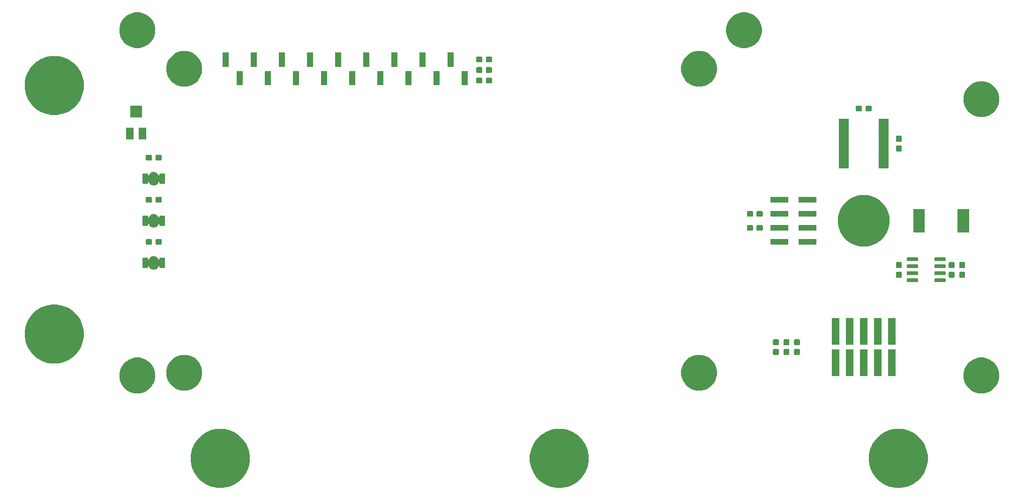
<source format=gbr>
G04 #@! TF.GenerationSoftware,KiCad,Pcbnew,(5.1.4)-1*
G04 #@! TF.CreationDate,2020-03-27T13:23:33-04:00*
G04 #@! TF.ProjectId,stepUP_lcd,73746570-5550-45f6-9c63-642e6b696361,rev?*
G04 #@! TF.SameCoordinates,Original*
G04 #@! TF.FileFunction,Soldermask,Bot*
G04 #@! TF.FilePolarity,Negative*
%FSLAX46Y46*%
G04 Gerber Fmt 4.6, Leading zero omitted, Abs format (unit mm)*
G04 Created by KiCad (PCBNEW (5.1.4)-1) date 2020-03-27 13:23:33*
%MOMM*%
%LPD*%
G04 APERTURE LIST*
%ADD10C,0.100000*%
G04 APERTURE END LIST*
D10*
G36*
X84533584Y-112713185D02*
G01*
X85307069Y-112867040D01*
X86278540Y-113269437D01*
X87152836Y-113853623D01*
X87152838Y-113853625D01*
X87152841Y-113853627D01*
X87896373Y-114597159D01*
X87896375Y-114597162D01*
X87896377Y-114597164D01*
X88480563Y-115471460D01*
X88882960Y-116442931D01*
X89088100Y-117474244D01*
X89088100Y-118525756D01*
X88882960Y-119557069D01*
X88480563Y-120528540D01*
X87896377Y-121402836D01*
X87896375Y-121402838D01*
X87896373Y-121402841D01*
X87152841Y-122146373D01*
X87152838Y-122146375D01*
X87152836Y-122146377D01*
X86278540Y-122730563D01*
X85307069Y-123132960D01*
X84533584Y-123286815D01*
X84275757Y-123338100D01*
X83224243Y-123338100D01*
X82966416Y-123286815D01*
X82192931Y-123132960D01*
X81221460Y-122730563D01*
X80347164Y-122146377D01*
X80347162Y-122146375D01*
X80347159Y-122146373D01*
X79603627Y-121402841D01*
X79603625Y-121402838D01*
X79603623Y-121402836D01*
X79019437Y-120528540D01*
X78617040Y-119557069D01*
X78411900Y-118525756D01*
X78411900Y-117474244D01*
X78617040Y-116442931D01*
X79019437Y-115471460D01*
X79603623Y-114597164D01*
X79603625Y-114597162D01*
X79603627Y-114597159D01*
X80347159Y-113853627D01*
X80347162Y-113853625D01*
X80347164Y-113853623D01*
X81221460Y-113269437D01*
X82192931Y-112867040D01*
X82966416Y-112713185D01*
X83224243Y-112661900D01*
X84275757Y-112661900D01*
X84533584Y-112713185D01*
X84533584Y-112713185D01*
G37*
G36*
X145783584Y-112713185D02*
G01*
X146557069Y-112867040D01*
X147528540Y-113269437D01*
X148402836Y-113853623D01*
X148402838Y-113853625D01*
X148402841Y-113853627D01*
X149146373Y-114597159D01*
X149146375Y-114597162D01*
X149146377Y-114597164D01*
X149730563Y-115471460D01*
X150132960Y-116442931D01*
X150338100Y-117474244D01*
X150338100Y-118525756D01*
X150132960Y-119557069D01*
X149730563Y-120528540D01*
X149146377Y-121402836D01*
X149146375Y-121402838D01*
X149146373Y-121402841D01*
X148402841Y-122146373D01*
X148402838Y-122146375D01*
X148402836Y-122146377D01*
X147528540Y-122730563D01*
X146557069Y-123132960D01*
X145783584Y-123286815D01*
X145525757Y-123338100D01*
X144474243Y-123338100D01*
X144216416Y-123286815D01*
X143442931Y-123132960D01*
X142471460Y-122730563D01*
X141597164Y-122146377D01*
X141597162Y-122146375D01*
X141597159Y-122146373D01*
X140853627Y-121402841D01*
X140853625Y-121402838D01*
X140853623Y-121402836D01*
X140269437Y-120528540D01*
X139867040Y-119557069D01*
X139661900Y-118525756D01*
X139661900Y-117474244D01*
X139867040Y-116442931D01*
X140269437Y-115471460D01*
X140853623Y-114597164D01*
X140853625Y-114597162D01*
X140853627Y-114597159D01*
X141597159Y-113853627D01*
X141597162Y-113853625D01*
X141597164Y-113853623D01*
X142471460Y-113269437D01*
X143442931Y-112867040D01*
X144216416Y-112713185D01*
X144474243Y-112661900D01*
X145525757Y-112661900D01*
X145783584Y-112713185D01*
X145783584Y-112713185D01*
G37*
G36*
X207033584Y-112713185D02*
G01*
X207807069Y-112867040D01*
X208778540Y-113269437D01*
X209652836Y-113853623D01*
X209652838Y-113853625D01*
X209652841Y-113853627D01*
X210396373Y-114597159D01*
X210396375Y-114597162D01*
X210396377Y-114597164D01*
X210980563Y-115471460D01*
X211382960Y-116442931D01*
X211588100Y-117474244D01*
X211588100Y-118525756D01*
X211382960Y-119557069D01*
X210980563Y-120528540D01*
X210396377Y-121402836D01*
X210396375Y-121402838D01*
X210396373Y-121402841D01*
X209652841Y-122146373D01*
X209652838Y-122146375D01*
X209652836Y-122146377D01*
X208778540Y-122730563D01*
X207807069Y-123132960D01*
X207033584Y-123286815D01*
X206775757Y-123338100D01*
X205724243Y-123338100D01*
X205466416Y-123286815D01*
X204692931Y-123132960D01*
X203721460Y-122730563D01*
X202847164Y-122146377D01*
X202847162Y-122146375D01*
X202847159Y-122146373D01*
X202103627Y-121402841D01*
X202103625Y-121402838D01*
X202103623Y-121402836D01*
X201519437Y-120528540D01*
X201117040Y-119557069D01*
X200911900Y-118525756D01*
X200911900Y-117474244D01*
X201117040Y-116442931D01*
X201519437Y-115471460D01*
X202103623Y-114597164D01*
X202103625Y-114597162D01*
X202103627Y-114597159D01*
X202847159Y-113853627D01*
X202847162Y-113853625D01*
X202847164Y-113853623D01*
X203721460Y-113269437D01*
X204692931Y-112867040D01*
X205466416Y-112713185D01*
X205724243Y-112661900D01*
X206775757Y-112661900D01*
X207033584Y-112713185D01*
X207033584Y-112713185D01*
G37*
G36*
X222194519Y-99886338D02*
G01*
X222194521Y-99886339D01*
X222194522Y-99886339D01*
X222783817Y-100130433D01*
X223134999Y-100365086D01*
X223314169Y-100484803D01*
X223765197Y-100935831D01*
X223785478Y-100966184D01*
X224119567Y-101466183D01*
X224363661Y-102055478D01*
X224488100Y-102681076D01*
X224488100Y-103318924D01*
X224363661Y-103944522D01*
X224119567Y-104533817D01*
X224099286Y-104564169D01*
X223765197Y-105064169D01*
X223314169Y-105515197D01*
X223166807Y-105613661D01*
X222783817Y-105869567D01*
X222194522Y-106113661D01*
X222194521Y-106113661D01*
X222194519Y-106113662D01*
X221568925Y-106238100D01*
X220931075Y-106238100D01*
X220305481Y-106113662D01*
X220305479Y-106113661D01*
X220305478Y-106113661D01*
X219716183Y-105869567D01*
X219333193Y-105613661D01*
X219185831Y-105515197D01*
X218734803Y-105064169D01*
X218400714Y-104564169D01*
X218380433Y-104533817D01*
X218136339Y-103944522D01*
X218011900Y-103318924D01*
X218011900Y-102681076D01*
X218136339Y-102055478D01*
X218380433Y-101466183D01*
X218714522Y-100966184D01*
X218734803Y-100935831D01*
X219185831Y-100484803D01*
X219365001Y-100365086D01*
X219716183Y-100130433D01*
X220305478Y-99886339D01*
X220305479Y-99886339D01*
X220305481Y-99886338D01*
X220931075Y-99761900D01*
X221568925Y-99761900D01*
X222194519Y-99886338D01*
X222194519Y-99886338D01*
G37*
G36*
X69694519Y-99886338D02*
G01*
X69694521Y-99886339D01*
X69694522Y-99886339D01*
X70283817Y-100130433D01*
X70634999Y-100365086D01*
X70814169Y-100484803D01*
X71265197Y-100935831D01*
X71285478Y-100966184D01*
X71619567Y-101466183D01*
X71863661Y-102055478D01*
X71988100Y-102681076D01*
X71988100Y-103318924D01*
X71863661Y-103944522D01*
X71619567Y-104533817D01*
X71599286Y-104564169D01*
X71265197Y-105064169D01*
X70814169Y-105515197D01*
X70666807Y-105613661D01*
X70283817Y-105869567D01*
X69694522Y-106113661D01*
X69694521Y-106113661D01*
X69694519Y-106113662D01*
X69068925Y-106238100D01*
X68431075Y-106238100D01*
X67805481Y-106113662D01*
X67805479Y-106113661D01*
X67805478Y-106113661D01*
X67216183Y-105869567D01*
X66833193Y-105613661D01*
X66685831Y-105515197D01*
X66234803Y-105064169D01*
X65900714Y-104564169D01*
X65880433Y-104533817D01*
X65636339Y-103944522D01*
X65511900Y-103318924D01*
X65511900Y-102681076D01*
X65636339Y-102055478D01*
X65880433Y-101466183D01*
X66214522Y-100966184D01*
X66234803Y-100935831D01*
X66685831Y-100484803D01*
X66865001Y-100365086D01*
X67216183Y-100130433D01*
X67805478Y-99886339D01*
X67805479Y-99886339D01*
X67805481Y-99886338D01*
X68431075Y-99761900D01*
X69068925Y-99761900D01*
X69694519Y-99886338D01*
X69694519Y-99886338D01*
G37*
G36*
X78194519Y-99386338D02*
G01*
X78194521Y-99386339D01*
X78194522Y-99386339D01*
X78783817Y-99630433D01*
X78980571Y-99761900D01*
X79314169Y-99984803D01*
X79765197Y-100435831D01*
X79765200Y-100435836D01*
X80119567Y-100966183D01*
X80363661Y-101555478D01*
X80488100Y-102181076D01*
X80488100Y-102818924D01*
X80363661Y-103444522D01*
X80119567Y-104033817D01*
X79884914Y-104384999D01*
X79765197Y-104564169D01*
X79314169Y-105015197D01*
X79240877Y-105064169D01*
X78783817Y-105369567D01*
X78194522Y-105613661D01*
X78194521Y-105613661D01*
X78194519Y-105613662D01*
X77568925Y-105738100D01*
X76931075Y-105738100D01*
X76305481Y-105613662D01*
X76305479Y-105613661D01*
X76305478Y-105613661D01*
X75716183Y-105369567D01*
X75259123Y-105064169D01*
X75185831Y-105015197D01*
X74734803Y-104564169D01*
X74615086Y-104384999D01*
X74380433Y-104033817D01*
X74136339Y-103444522D01*
X74011900Y-102818924D01*
X74011900Y-102181076D01*
X74136339Y-101555478D01*
X74380433Y-100966183D01*
X74734800Y-100435836D01*
X74734803Y-100435831D01*
X75185831Y-99984803D01*
X75519429Y-99761900D01*
X75716183Y-99630433D01*
X76305478Y-99386339D01*
X76305479Y-99386339D01*
X76305481Y-99386338D01*
X76931075Y-99261900D01*
X77568925Y-99261900D01*
X78194519Y-99386338D01*
X78194519Y-99386338D01*
G37*
G36*
X171194519Y-99386338D02*
G01*
X171194521Y-99386339D01*
X171194522Y-99386339D01*
X171783817Y-99630433D01*
X171980571Y-99761900D01*
X172314169Y-99984803D01*
X172765197Y-100435831D01*
X172765200Y-100435836D01*
X173119567Y-100966183D01*
X173363661Y-101555478D01*
X173488100Y-102181076D01*
X173488100Y-102818924D01*
X173363661Y-103444522D01*
X173119567Y-104033817D01*
X172884914Y-104384999D01*
X172765197Y-104564169D01*
X172314169Y-105015197D01*
X172240877Y-105064169D01*
X171783817Y-105369567D01*
X171194522Y-105613661D01*
X171194521Y-105613661D01*
X171194519Y-105613662D01*
X170568925Y-105738100D01*
X169931075Y-105738100D01*
X169305481Y-105613662D01*
X169305479Y-105613661D01*
X169305478Y-105613661D01*
X168716183Y-105369567D01*
X168259123Y-105064169D01*
X168185831Y-105015197D01*
X167734803Y-104564169D01*
X167615086Y-104384999D01*
X167380433Y-104033817D01*
X167136339Y-103444522D01*
X167011900Y-102818924D01*
X167011900Y-102181076D01*
X167136339Y-101555478D01*
X167380433Y-100966183D01*
X167734800Y-100435836D01*
X167734803Y-100435831D01*
X168185831Y-99984803D01*
X168519429Y-99761900D01*
X168716183Y-99630433D01*
X169305478Y-99386339D01*
X169305479Y-99386339D01*
X169305481Y-99386338D01*
X169931075Y-99261900D01*
X170568925Y-99261900D01*
X171194519Y-99386338D01*
X171194519Y-99386338D01*
G37*
G36*
X205718100Y-103148100D02*
G01*
X204441900Y-103148100D01*
X204441900Y-98321900D01*
X205718100Y-98321900D01*
X205718100Y-103148100D01*
X205718100Y-103148100D01*
G37*
G36*
X198098100Y-103148100D02*
G01*
X196821900Y-103148100D01*
X196821900Y-98321900D01*
X198098100Y-98321900D01*
X198098100Y-103148100D01*
X198098100Y-103148100D01*
G37*
G36*
X195558100Y-103148100D02*
G01*
X194281900Y-103148100D01*
X194281900Y-98321900D01*
X195558100Y-98321900D01*
X195558100Y-103148100D01*
X195558100Y-103148100D01*
G37*
G36*
X203178100Y-103148100D02*
G01*
X201901900Y-103148100D01*
X201901900Y-98321900D01*
X203178100Y-98321900D01*
X203178100Y-103148100D01*
X203178100Y-103148100D01*
G37*
G36*
X200638100Y-103148100D02*
G01*
X199361900Y-103148100D01*
X199361900Y-98321900D01*
X200638100Y-98321900D01*
X200638100Y-103148100D01*
X200638100Y-103148100D01*
G37*
G36*
X54533584Y-90213185D02*
G01*
X55307069Y-90367040D01*
X56278540Y-90769437D01*
X57152836Y-91353623D01*
X57152838Y-91353625D01*
X57152841Y-91353627D01*
X57896373Y-92097159D01*
X57896375Y-92097162D01*
X57896377Y-92097164D01*
X58480563Y-92971460D01*
X58882960Y-93942931D01*
X59088100Y-94974244D01*
X59088100Y-96025756D01*
X58882960Y-97057069D01*
X58480563Y-98028540D01*
X57896377Y-98902836D01*
X57896375Y-98902838D01*
X57896373Y-98902841D01*
X57152841Y-99646373D01*
X57152838Y-99646375D01*
X57152836Y-99646377D01*
X56278540Y-100230563D01*
X55307069Y-100632960D01*
X54533584Y-100786815D01*
X54275757Y-100838100D01*
X53224243Y-100838100D01*
X52966416Y-100786815D01*
X52192931Y-100632960D01*
X51221460Y-100230563D01*
X50347164Y-99646377D01*
X50347162Y-99646375D01*
X50347159Y-99646373D01*
X49603627Y-98902841D01*
X49603625Y-98902838D01*
X49603623Y-98902836D01*
X49019437Y-98028540D01*
X48617040Y-97057069D01*
X48411900Y-96025756D01*
X48411900Y-94974244D01*
X48617040Y-93942931D01*
X49019437Y-92971460D01*
X49603623Y-92097164D01*
X49603625Y-92097162D01*
X49603627Y-92097159D01*
X50347159Y-91353627D01*
X50347162Y-91353625D01*
X50347164Y-91353623D01*
X51221460Y-90769437D01*
X52192931Y-90367040D01*
X52966416Y-90213185D01*
X53224243Y-90161900D01*
X54275757Y-90161900D01*
X54533584Y-90213185D01*
X54533584Y-90213185D01*
G37*
G36*
X186362095Y-98176521D02*
G01*
X186404208Y-98189295D01*
X186443024Y-98210043D01*
X186477041Y-98237959D01*
X186504957Y-98271976D01*
X186525705Y-98310792D01*
X186538479Y-98352905D01*
X186543100Y-98399817D01*
X186543100Y-99070183D01*
X186538479Y-99117095D01*
X186525705Y-99159208D01*
X186504957Y-99198024D01*
X186477041Y-99232041D01*
X186443024Y-99259957D01*
X186404208Y-99280705D01*
X186362095Y-99293479D01*
X186315183Y-99298100D01*
X185744817Y-99298100D01*
X185697905Y-99293479D01*
X185655792Y-99280705D01*
X185616976Y-99259957D01*
X185582959Y-99232041D01*
X185555043Y-99198024D01*
X185534295Y-99159208D01*
X185521521Y-99117095D01*
X185516900Y-99070183D01*
X185516900Y-98399817D01*
X185521521Y-98352905D01*
X185534295Y-98310792D01*
X185555043Y-98271976D01*
X185582959Y-98237959D01*
X185616976Y-98210043D01*
X185655792Y-98189295D01*
X185697905Y-98176521D01*
X185744817Y-98171900D01*
X186315183Y-98171900D01*
X186362095Y-98176521D01*
X186362095Y-98176521D01*
G37*
G36*
X188267095Y-98176521D02*
G01*
X188309208Y-98189295D01*
X188348024Y-98210043D01*
X188382041Y-98237959D01*
X188409957Y-98271976D01*
X188430705Y-98310792D01*
X188443479Y-98352905D01*
X188448100Y-98399817D01*
X188448100Y-99070183D01*
X188443479Y-99117095D01*
X188430705Y-99159208D01*
X188409957Y-99198024D01*
X188382041Y-99232041D01*
X188348024Y-99259957D01*
X188309208Y-99280705D01*
X188267095Y-99293479D01*
X188220183Y-99298100D01*
X187649817Y-99298100D01*
X187602905Y-99293479D01*
X187560792Y-99280705D01*
X187521976Y-99259957D01*
X187487959Y-99232041D01*
X187460043Y-99198024D01*
X187439295Y-99159208D01*
X187426521Y-99117095D01*
X187421900Y-99070183D01*
X187421900Y-98399817D01*
X187426521Y-98352905D01*
X187439295Y-98310792D01*
X187460043Y-98271976D01*
X187487959Y-98237959D01*
X187521976Y-98210043D01*
X187560792Y-98189295D01*
X187602905Y-98176521D01*
X187649817Y-98171900D01*
X188220183Y-98171900D01*
X188267095Y-98176521D01*
X188267095Y-98176521D01*
G37*
G36*
X184457095Y-98176521D02*
G01*
X184499208Y-98189295D01*
X184538024Y-98210043D01*
X184572041Y-98237959D01*
X184599957Y-98271976D01*
X184620705Y-98310792D01*
X184633479Y-98352905D01*
X184638100Y-98399817D01*
X184638100Y-99070183D01*
X184633479Y-99117095D01*
X184620705Y-99159208D01*
X184599957Y-99198024D01*
X184572041Y-99232041D01*
X184538024Y-99259957D01*
X184499208Y-99280705D01*
X184457095Y-99293479D01*
X184410183Y-99298100D01*
X183839817Y-99298100D01*
X183792905Y-99293479D01*
X183750792Y-99280705D01*
X183711976Y-99259957D01*
X183677959Y-99232041D01*
X183650043Y-99198024D01*
X183629295Y-99159208D01*
X183616521Y-99117095D01*
X183611900Y-99070183D01*
X183611900Y-98399817D01*
X183616521Y-98352905D01*
X183629295Y-98310792D01*
X183650043Y-98271976D01*
X183677959Y-98237959D01*
X183711976Y-98210043D01*
X183750792Y-98189295D01*
X183792905Y-98176521D01*
X183839817Y-98171900D01*
X184410183Y-98171900D01*
X184457095Y-98176521D01*
X184457095Y-98176521D01*
G37*
G36*
X184457095Y-96426521D02*
G01*
X184499208Y-96439295D01*
X184538024Y-96460043D01*
X184572041Y-96487959D01*
X184599957Y-96521976D01*
X184620705Y-96560792D01*
X184633479Y-96602905D01*
X184638100Y-96649817D01*
X184638100Y-97320183D01*
X184633479Y-97367095D01*
X184620705Y-97409208D01*
X184599957Y-97448024D01*
X184572041Y-97482041D01*
X184538024Y-97509957D01*
X184499208Y-97530705D01*
X184457095Y-97543479D01*
X184410183Y-97548100D01*
X183839817Y-97548100D01*
X183792905Y-97543479D01*
X183750792Y-97530705D01*
X183711976Y-97509957D01*
X183677959Y-97482041D01*
X183650043Y-97448024D01*
X183629295Y-97409208D01*
X183616521Y-97367095D01*
X183611900Y-97320183D01*
X183611900Y-96649817D01*
X183616521Y-96602905D01*
X183629295Y-96560792D01*
X183650043Y-96521976D01*
X183677959Y-96487959D01*
X183711976Y-96460043D01*
X183750792Y-96439295D01*
X183792905Y-96426521D01*
X183839817Y-96421900D01*
X184410183Y-96421900D01*
X184457095Y-96426521D01*
X184457095Y-96426521D01*
G37*
G36*
X188267095Y-96426521D02*
G01*
X188309208Y-96439295D01*
X188348024Y-96460043D01*
X188382041Y-96487959D01*
X188409957Y-96521976D01*
X188430705Y-96560792D01*
X188443479Y-96602905D01*
X188448100Y-96649817D01*
X188448100Y-97320183D01*
X188443479Y-97367095D01*
X188430705Y-97409208D01*
X188409957Y-97448024D01*
X188382041Y-97482041D01*
X188348024Y-97509957D01*
X188309208Y-97530705D01*
X188267095Y-97543479D01*
X188220183Y-97548100D01*
X187649817Y-97548100D01*
X187602905Y-97543479D01*
X187560792Y-97530705D01*
X187521976Y-97509957D01*
X187487959Y-97482041D01*
X187460043Y-97448024D01*
X187439295Y-97409208D01*
X187426521Y-97367095D01*
X187421900Y-97320183D01*
X187421900Y-96649817D01*
X187426521Y-96602905D01*
X187439295Y-96560792D01*
X187460043Y-96521976D01*
X187487959Y-96487959D01*
X187521976Y-96460043D01*
X187560792Y-96439295D01*
X187602905Y-96426521D01*
X187649817Y-96421900D01*
X188220183Y-96421900D01*
X188267095Y-96426521D01*
X188267095Y-96426521D01*
G37*
G36*
X186362095Y-96426521D02*
G01*
X186404208Y-96439295D01*
X186443024Y-96460043D01*
X186477041Y-96487959D01*
X186504957Y-96521976D01*
X186525705Y-96560792D01*
X186538479Y-96602905D01*
X186543100Y-96649817D01*
X186543100Y-97320183D01*
X186538479Y-97367095D01*
X186525705Y-97409208D01*
X186504957Y-97448024D01*
X186477041Y-97482041D01*
X186443024Y-97509957D01*
X186404208Y-97530705D01*
X186362095Y-97543479D01*
X186315183Y-97548100D01*
X185744817Y-97548100D01*
X185697905Y-97543479D01*
X185655792Y-97530705D01*
X185616976Y-97509957D01*
X185582959Y-97482041D01*
X185555043Y-97448024D01*
X185534295Y-97409208D01*
X185521521Y-97367095D01*
X185516900Y-97320183D01*
X185516900Y-96649817D01*
X185521521Y-96602905D01*
X185534295Y-96560792D01*
X185555043Y-96521976D01*
X185582959Y-96487959D01*
X185616976Y-96460043D01*
X185655792Y-96439295D01*
X185697905Y-96426521D01*
X185744817Y-96421900D01*
X186315183Y-96421900D01*
X186362095Y-96426521D01*
X186362095Y-96426521D01*
G37*
G36*
X205718100Y-97398100D02*
G01*
X204441900Y-97398100D01*
X204441900Y-92571900D01*
X205718100Y-92571900D01*
X205718100Y-97398100D01*
X205718100Y-97398100D01*
G37*
G36*
X203178100Y-97398100D02*
G01*
X201901900Y-97398100D01*
X201901900Y-92571900D01*
X203178100Y-92571900D01*
X203178100Y-97398100D01*
X203178100Y-97398100D01*
G37*
G36*
X200638100Y-97398100D02*
G01*
X199361900Y-97398100D01*
X199361900Y-92571900D01*
X200638100Y-92571900D01*
X200638100Y-97398100D01*
X200638100Y-97398100D01*
G37*
G36*
X198098100Y-97398100D02*
G01*
X196821900Y-97398100D01*
X196821900Y-92571900D01*
X198098100Y-92571900D01*
X198098100Y-97398100D01*
X198098100Y-97398100D01*
G37*
G36*
X195558100Y-97398100D02*
G01*
X194281900Y-97398100D01*
X194281900Y-92571900D01*
X195558100Y-92571900D01*
X195558100Y-97398100D01*
X195558100Y-97398100D01*
G37*
G36*
X214670522Y-85435839D02*
G01*
X214696228Y-85443637D01*
X214719908Y-85456294D01*
X214740668Y-85473332D01*
X214757706Y-85494092D01*
X214770363Y-85517772D01*
X214778161Y-85543478D01*
X214781100Y-85573317D01*
X214781100Y-85968683D01*
X214778161Y-85998522D01*
X214770363Y-86024228D01*
X214757706Y-86047908D01*
X214740668Y-86068668D01*
X214719908Y-86085706D01*
X214696228Y-86098363D01*
X214670522Y-86106161D01*
X214640683Y-86109100D01*
X212895317Y-86109100D01*
X212865478Y-86106161D01*
X212839772Y-86098363D01*
X212816092Y-86085706D01*
X212795332Y-86068668D01*
X212778294Y-86047908D01*
X212765637Y-86024228D01*
X212757839Y-85998522D01*
X212754900Y-85968683D01*
X212754900Y-85573317D01*
X212757839Y-85543478D01*
X212765637Y-85517772D01*
X212778294Y-85494092D01*
X212795332Y-85473332D01*
X212816092Y-85456294D01*
X212839772Y-85443637D01*
X212865478Y-85435839D01*
X212895317Y-85432900D01*
X214640683Y-85432900D01*
X214670522Y-85435839D01*
X214670522Y-85435839D01*
G37*
G36*
X209720522Y-85435839D02*
G01*
X209746228Y-85443637D01*
X209769908Y-85456294D01*
X209790668Y-85473332D01*
X209807706Y-85494092D01*
X209820363Y-85517772D01*
X209828161Y-85543478D01*
X209831100Y-85573317D01*
X209831100Y-85968683D01*
X209828161Y-85998522D01*
X209820363Y-86024228D01*
X209807706Y-86047908D01*
X209790668Y-86068668D01*
X209769908Y-86085706D01*
X209746228Y-86098363D01*
X209720522Y-86106161D01*
X209690683Y-86109100D01*
X207945317Y-86109100D01*
X207915478Y-86106161D01*
X207889772Y-86098363D01*
X207866092Y-86085706D01*
X207845332Y-86068668D01*
X207828294Y-86047908D01*
X207815637Y-86024228D01*
X207807839Y-85998522D01*
X207804900Y-85968683D01*
X207804900Y-85573317D01*
X207807839Y-85543478D01*
X207815637Y-85517772D01*
X207828294Y-85494092D01*
X207845332Y-85473332D01*
X207866092Y-85456294D01*
X207889772Y-85443637D01*
X207915478Y-85435839D01*
X207945317Y-85432900D01*
X209690683Y-85432900D01*
X209720522Y-85435839D01*
X209720522Y-85435839D01*
G37*
G36*
X216207095Y-84206521D02*
G01*
X216249208Y-84219295D01*
X216288024Y-84240043D01*
X216322041Y-84267959D01*
X216349957Y-84301976D01*
X216370705Y-84340792D01*
X216383479Y-84382905D01*
X216388100Y-84429817D01*
X216388100Y-85100183D01*
X216383479Y-85147095D01*
X216370705Y-85189208D01*
X216349957Y-85228024D01*
X216322041Y-85262041D01*
X216288024Y-85289957D01*
X216249208Y-85310705D01*
X216207095Y-85323479D01*
X216160183Y-85328100D01*
X215589817Y-85328100D01*
X215542905Y-85323479D01*
X215500792Y-85310705D01*
X215461976Y-85289957D01*
X215427959Y-85262041D01*
X215400043Y-85228024D01*
X215379295Y-85189208D01*
X215366521Y-85147095D01*
X215361900Y-85100183D01*
X215361900Y-84429817D01*
X215366521Y-84382905D01*
X215379295Y-84340792D01*
X215400043Y-84301976D01*
X215427959Y-84267959D01*
X215461976Y-84240043D01*
X215500792Y-84219295D01*
X215542905Y-84206521D01*
X215589817Y-84201900D01*
X216160183Y-84201900D01*
X216207095Y-84206521D01*
X216207095Y-84206521D01*
G37*
G36*
X206682095Y-84206521D02*
G01*
X206724208Y-84219295D01*
X206763024Y-84240043D01*
X206797041Y-84267959D01*
X206824957Y-84301976D01*
X206845705Y-84340792D01*
X206858479Y-84382905D01*
X206863100Y-84429817D01*
X206863100Y-85100183D01*
X206858479Y-85147095D01*
X206845705Y-85189208D01*
X206824957Y-85228024D01*
X206797041Y-85262041D01*
X206763024Y-85289957D01*
X206724208Y-85310705D01*
X206682095Y-85323479D01*
X206635183Y-85328100D01*
X206064817Y-85328100D01*
X206017905Y-85323479D01*
X205975792Y-85310705D01*
X205936976Y-85289957D01*
X205902959Y-85262041D01*
X205875043Y-85228024D01*
X205854295Y-85189208D01*
X205841521Y-85147095D01*
X205836900Y-85100183D01*
X205836900Y-84429817D01*
X205841521Y-84382905D01*
X205854295Y-84340792D01*
X205875043Y-84301976D01*
X205902959Y-84267959D01*
X205936976Y-84240043D01*
X205975792Y-84219295D01*
X206017905Y-84206521D01*
X206064817Y-84201900D01*
X206635183Y-84201900D01*
X206682095Y-84206521D01*
X206682095Y-84206521D01*
G37*
G36*
X218112095Y-84206521D02*
G01*
X218154208Y-84219295D01*
X218193024Y-84240043D01*
X218227041Y-84267959D01*
X218254957Y-84301976D01*
X218275705Y-84340792D01*
X218288479Y-84382905D01*
X218293100Y-84429817D01*
X218293100Y-85100183D01*
X218288479Y-85147095D01*
X218275705Y-85189208D01*
X218254957Y-85228024D01*
X218227041Y-85262041D01*
X218193024Y-85289957D01*
X218154208Y-85310705D01*
X218112095Y-85323479D01*
X218065183Y-85328100D01*
X217494817Y-85328100D01*
X217447905Y-85323479D01*
X217405792Y-85310705D01*
X217366976Y-85289957D01*
X217332959Y-85262041D01*
X217305043Y-85228024D01*
X217284295Y-85189208D01*
X217271521Y-85147095D01*
X217266900Y-85100183D01*
X217266900Y-84429817D01*
X217271521Y-84382905D01*
X217284295Y-84340792D01*
X217305043Y-84301976D01*
X217332959Y-84267959D01*
X217366976Y-84240043D01*
X217405792Y-84219295D01*
X217447905Y-84206521D01*
X217494817Y-84201900D01*
X218065183Y-84201900D01*
X218112095Y-84206521D01*
X218112095Y-84206521D01*
G37*
G36*
X209720522Y-84165839D02*
G01*
X209746228Y-84173637D01*
X209769908Y-84186294D01*
X209790668Y-84203332D01*
X209807706Y-84224092D01*
X209820363Y-84247772D01*
X209828161Y-84273478D01*
X209831100Y-84303317D01*
X209831100Y-84698683D01*
X209828161Y-84728522D01*
X209820363Y-84754228D01*
X209807706Y-84777908D01*
X209790668Y-84798668D01*
X209769908Y-84815706D01*
X209746228Y-84828363D01*
X209720522Y-84836161D01*
X209690683Y-84839100D01*
X207945317Y-84839100D01*
X207915478Y-84836161D01*
X207889772Y-84828363D01*
X207866092Y-84815706D01*
X207845332Y-84798668D01*
X207828294Y-84777908D01*
X207815637Y-84754228D01*
X207807839Y-84728522D01*
X207804900Y-84698683D01*
X207804900Y-84303317D01*
X207807839Y-84273478D01*
X207815637Y-84247772D01*
X207828294Y-84224092D01*
X207845332Y-84203332D01*
X207866092Y-84186294D01*
X207889772Y-84173637D01*
X207915478Y-84165839D01*
X207945317Y-84162900D01*
X209690683Y-84162900D01*
X209720522Y-84165839D01*
X209720522Y-84165839D01*
G37*
G36*
X214670522Y-84165839D02*
G01*
X214696228Y-84173637D01*
X214719908Y-84186294D01*
X214740668Y-84203332D01*
X214757706Y-84224092D01*
X214770363Y-84247772D01*
X214778161Y-84273478D01*
X214781100Y-84303317D01*
X214781100Y-84698683D01*
X214778161Y-84728522D01*
X214770363Y-84754228D01*
X214757706Y-84777908D01*
X214740668Y-84798668D01*
X214719908Y-84815706D01*
X214696228Y-84828363D01*
X214670522Y-84836161D01*
X214640683Y-84839100D01*
X212895317Y-84839100D01*
X212865478Y-84836161D01*
X212839772Y-84828363D01*
X212816092Y-84815706D01*
X212795332Y-84798668D01*
X212778294Y-84777908D01*
X212765637Y-84754228D01*
X212757839Y-84728522D01*
X212754900Y-84698683D01*
X212754900Y-84303317D01*
X212757839Y-84273478D01*
X212765637Y-84247772D01*
X212778294Y-84224092D01*
X212795332Y-84203332D01*
X212816092Y-84186294D01*
X212839772Y-84173637D01*
X212865478Y-84165839D01*
X212895317Y-84162900D01*
X214640683Y-84162900D01*
X214670522Y-84165839D01*
X214670522Y-84165839D01*
G37*
G36*
X71913899Y-81395474D02*
G01*
X72090731Y-81449115D01*
X72090734Y-81449116D01*
X72189091Y-81501689D01*
X72253701Y-81536224D01*
X72253702Y-81536225D01*
X72253704Y-81536226D01*
X72396547Y-81653453D01*
X72513775Y-81796296D01*
X72600884Y-81959265D01*
X72600884Y-81959266D01*
X72600885Y-81959268D01*
X72642638Y-82096909D01*
X72647400Y-82108405D01*
X72654316Y-82118755D01*
X72663118Y-82127557D01*
X72673468Y-82134473D01*
X72684968Y-82139237D01*
X72697177Y-82141665D01*
X72709625Y-82141665D01*
X72721834Y-82139237D01*
X72733334Y-82134473D01*
X72743684Y-82127557D01*
X72752486Y-82118755D01*
X72759402Y-82108405D01*
X72764166Y-82096905D01*
X72766594Y-82084696D01*
X72766900Y-82078472D01*
X72766900Y-81877158D01*
X72770413Y-81841493D01*
X72779906Y-81810197D01*
X72795324Y-81781353D01*
X72816072Y-81756072D01*
X72841353Y-81735324D01*
X72870197Y-81719906D01*
X72901493Y-81710413D01*
X72937158Y-81706900D01*
X73622842Y-81706900D01*
X73658507Y-81710413D01*
X73689803Y-81719906D01*
X73718647Y-81735324D01*
X73743928Y-81756072D01*
X73764676Y-81781353D01*
X73780094Y-81810197D01*
X73789587Y-81841493D01*
X73793100Y-81877158D01*
X73793100Y-83362842D01*
X73789587Y-83398507D01*
X73780094Y-83429803D01*
X73764676Y-83458647D01*
X73743928Y-83483928D01*
X73718647Y-83504676D01*
X73689803Y-83520094D01*
X73658507Y-83529587D01*
X73622842Y-83533100D01*
X72937158Y-83533100D01*
X72901493Y-83529587D01*
X72870197Y-83520094D01*
X72841353Y-83504676D01*
X72816072Y-83483928D01*
X72795324Y-83458647D01*
X72779906Y-83429803D01*
X72770413Y-83398507D01*
X72766900Y-83362842D01*
X72766900Y-83161527D01*
X72765680Y-83149139D01*
X72762066Y-83137227D01*
X72756198Y-83126249D01*
X72748302Y-83116626D01*
X72738679Y-83108730D01*
X72727701Y-83102862D01*
X72715789Y-83099248D01*
X72703401Y-83098028D01*
X72691013Y-83099248D01*
X72679101Y-83102862D01*
X72668123Y-83108730D01*
X72658500Y-83116626D01*
X72650604Y-83126249D01*
X72644736Y-83137227D01*
X72642641Y-83143081D01*
X72637045Y-83161527D01*
X72600884Y-83280735D01*
X72513775Y-83443704D01*
X72396547Y-83586547D01*
X72253704Y-83703775D01*
X72090735Y-83790884D01*
X72090732Y-83790885D01*
X71913900Y-83844526D01*
X71730000Y-83862639D01*
X71546101Y-83844526D01*
X71369269Y-83790885D01*
X71369266Y-83790884D01*
X71206297Y-83703775D01*
X71063454Y-83586547D01*
X70946226Y-83443704D01*
X70859117Y-83280735D01*
X70859116Y-83280732D01*
X70817362Y-83143090D01*
X70812600Y-83131594D01*
X70805684Y-83121244D01*
X70796882Y-83112441D01*
X70786532Y-83105526D01*
X70775032Y-83100762D01*
X70762823Y-83098334D01*
X70750375Y-83098334D01*
X70738166Y-83100762D01*
X70726666Y-83105526D01*
X70716316Y-83112442D01*
X70707513Y-83121244D01*
X70700598Y-83131594D01*
X70695834Y-83143094D01*
X70693100Y-83161527D01*
X70693100Y-83362842D01*
X70689587Y-83398507D01*
X70680094Y-83429803D01*
X70664676Y-83458647D01*
X70643928Y-83483928D01*
X70618647Y-83504676D01*
X70589803Y-83520094D01*
X70558507Y-83529587D01*
X70522842Y-83533100D01*
X69837158Y-83533100D01*
X69801493Y-83529587D01*
X69770197Y-83520094D01*
X69741353Y-83504676D01*
X69716072Y-83483928D01*
X69695324Y-83458647D01*
X69679906Y-83429803D01*
X69670413Y-83398507D01*
X69666900Y-83362842D01*
X69666900Y-81877158D01*
X69670413Y-81841493D01*
X69679906Y-81810197D01*
X69695324Y-81781353D01*
X69716072Y-81756072D01*
X69741353Y-81735324D01*
X69770197Y-81719906D01*
X69801493Y-81710413D01*
X69837158Y-81706900D01*
X70522842Y-81706900D01*
X70558507Y-81710413D01*
X70589803Y-81719906D01*
X70618647Y-81735324D01*
X70643928Y-81756072D01*
X70664676Y-81781353D01*
X70680094Y-81810197D01*
X70689587Y-81841493D01*
X70693100Y-81877158D01*
X70693100Y-82078473D01*
X70694320Y-82090861D01*
X70697934Y-82102773D01*
X70703802Y-82113751D01*
X70711698Y-82123374D01*
X70721321Y-82131270D01*
X70732299Y-82137138D01*
X70744211Y-82140752D01*
X70756599Y-82141972D01*
X70768987Y-82140752D01*
X70780899Y-82137138D01*
X70791877Y-82131270D01*
X70801500Y-82123374D01*
X70809396Y-82113751D01*
X70815264Y-82102773D01*
X70817364Y-82096906D01*
X70819198Y-82090861D01*
X70859115Y-81959269D01*
X70859116Y-81959266D01*
X70911689Y-81860909D01*
X70946224Y-81796299D01*
X70949793Y-81791950D01*
X71063453Y-81653453D01*
X71206296Y-81536225D01*
X71369265Y-81449116D01*
X71369268Y-81449115D01*
X71546100Y-81395474D01*
X71730000Y-81377361D01*
X71913899Y-81395474D01*
X71913899Y-81395474D01*
G37*
G36*
X206682095Y-82456521D02*
G01*
X206724208Y-82469295D01*
X206763024Y-82490043D01*
X206797041Y-82517959D01*
X206824957Y-82551976D01*
X206845705Y-82590792D01*
X206858479Y-82632905D01*
X206863100Y-82679817D01*
X206863100Y-83350183D01*
X206858479Y-83397095D01*
X206845705Y-83439208D01*
X206824957Y-83478024D01*
X206797041Y-83512041D01*
X206763024Y-83539957D01*
X206724208Y-83560705D01*
X206682095Y-83573479D01*
X206635183Y-83578100D01*
X206064817Y-83578100D01*
X206017905Y-83573479D01*
X205975792Y-83560705D01*
X205936976Y-83539957D01*
X205902959Y-83512041D01*
X205875043Y-83478024D01*
X205854295Y-83439208D01*
X205841521Y-83397095D01*
X205836900Y-83350183D01*
X205836900Y-82679817D01*
X205841521Y-82632905D01*
X205854295Y-82590792D01*
X205875043Y-82551976D01*
X205902959Y-82517959D01*
X205936976Y-82490043D01*
X205975792Y-82469295D01*
X206017905Y-82456521D01*
X206064817Y-82451900D01*
X206635183Y-82451900D01*
X206682095Y-82456521D01*
X206682095Y-82456521D01*
G37*
G36*
X216207095Y-82456521D02*
G01*
X216249208Y-82469295D01*
X216288024Y-82490043D01*
X216322041Y-82517959D01*
X216349957Y-82551976D01*
X216370705Y-82590792D01*
X216383479Y-82632905D01*
X216388100Y-82679817D01*
X216388100Y-83350183D01*
X216383479Y-83397095D01*
X216370705Y-83439208D01*
X216349957Y-83478024D01*
X216322041Y-83512041D01*
X216288024Y-83539957D01*
X216249208Y-83560705D01*
X216207095Y-83573479D01*
X216160183Y-83578100D01*
X215589817Y-83578100D01*
X215542905Y-83573479D01*
X215500792Y-83560705D01*
X215461976Y-83539957D01*
X215427959Y-83512041D01*
X215400043Y-83478024D01*
X215379295Y-83439208D01*
X215366521Y-83397095D01*
X215361900Y-83350183D01*
X215361900Y-82679817D01*
X215366521Y-82632905D01*
X215379295Y-82590792D01*
X215400043Y-82551976D01*
X215427959Y-82517959D01*
X215461976Y-82490043D01*
X215500792Y-82469295D01*
X215542905Y-82456521D01*
X215589817Y-82451900D01*
X216160183Y-82451900D01*
X216207095Y-82456521D01*
X216207095Y-82456521D01*
G37*
G36*
X218112095Y-82456521D02*
G01*
X218154208Y-82469295D01*
X218193024Y-82490043D01*
X218227041Y-82517959D01*
X218254957Y-82551976D01*
X218275705Y-82590792D01*
X218288479Y-82632905D01*
X218293100Y-82679817D01*
X218293100Y-83350183D01*
X218288479Y-83397095D01*
X218275705Y-83439208D01*
X218254957Y-83478024D01*
X218227041Y-83512041D01*
X218193024Y-83539957D01*
X218154208Y-83560705D01*
X218112095Y-83573479D01*
X218065183Y-83578100D01*
X217494817Y-83578100D01*
X217447905Y-83573479D01*
X217405792Y-83560705D01*
X217366976Y-83539957D01*
X217332959Y-83512041D01*
X217305043Y-83478024D01*
X217284295Y-83439208D01*
X217271521Y-83397095D01*
X217266900Y-83350183D01*
X217266900Y-82679817D01*
X217271521Y-82632905D01*
X217284295Y-82590792D01*
X217305043Y-82551976D01*
X217332959Y-82517959D01*
X217366976Y-82490043D01*
X217405792Y-82469295D01*
X217447905Y-82456521D01*
X217494817Y-82451900D01*
X218065183Y-82451900D01*
X218112095Y-82456521D01*
X218112095Y-82456521D01*
G37*
G36*
X209720522Y-82895839D02*
G01*
X209746228Y-82903637D01*
X209769908Y-82916294D01*
X209790668Y-82933332D01*
X209807706Y-82954092D01*
X209820363Y-82977772D01*
X209828161Y-83003478D01*
X209831100Y-83033317D01*
X209831100Y-83428683D01*
X209828161Y-83458522D01*
X209820363Y-83484228D01*
X209807706Y-83507908D01*
X209790668Y-83528668D01*
X209769908Y-83545706D01*
X209746228Y-83558363D01*
X209720522Y-83566161D01*
X209690683Y-83569100D01*
X207945317Y-83569100D01*
X207915478Y-83566161D01*
X207889772Y-83558363D01*
X207866092Y-83545706D01*
X207845332Y-83528668D01*
X207828294Y-83507908D01*
X207815637Y-83484228D01*
X207807839Y-83458522D01*
X207804900Y-83428683D01*
X207804900Y-83033317D01*
X207807839Y-83003478D01*
X207815637Y-82977772D01*
X207828294Y-82954092D01*
X207845332Y-82933332D01*
X207866092Y-82916294D01*
X207889772Y-82903637D01*
X207915478Y-82895839D01*
X207945317Y-82892900D01*
X209690683Y-82892900D01*
X209720522Y-82895839D01*
X209720522Y-82895839D01*
G37*
G36*
X214670522Y-82895839D02*
G01*
X214696228Y-82903637D01*
X214719908Y-82916294D01*
X214740668Y-82933332D01*
X214757706Y-82954092D01*
X214770363Y-82977772D01*
X214778161Y-83003478D01*
X214781100Y-83033317D01*
X214781100Y-83428683D01*
X214778161Y-83458522D01*
X214770363Y-83484228D01*
X214757706Y-83507908D01*
X214740668Y-83528668D01*
X214719908Y-83545706D01*
X214696228Y-83558363D01*
X214670522Y-83566161D01*
X214640683Y-83569100D01*
X212895317Y-83569100D01*
X212865478Y-83566161D01*
X212839772Y-83558363D01*
X212816092Y-83545706D01*
X212795332Y-83528668D01*
X212778294Y-83507908D01*
X212765637Y-83484228D01*
X212757839Y-83458522D01*
X212754900Y-83428683D01*
X212754900Y-83033317D01*
X212757839Y-83003478D01*
X212765637Y-82977772D01*
X212778294Y-82954092D01*
X212795332Y-82933332D01*
X212816092Y-82916294D01*
X212839772Y-82903637D01*
X212865478Y-82895839D01*
X212895317Y-82892900D01*
X214640683Y-82892900D01*
X214670522Y-82895839D01*
X214670522Y-82895839D01*
G37*
G36*
X209720522Y-81625839D02*
G01*
X209746228Y-81633637D01*
X209769908Y-81646294D01*
X209790668Y-81663332D01*
X209807706Y-81684092D01*
X209820363Y-81707772D01*
X209828161Y-81733478D01*
X209831100Y-81763317D01*
X209831100Y-82158683D01*
X209828161Y-82188522D01*
X209820363Y-82214228D01*
X209807706Y-82237908D01*
X209790668Y-82258668D01*
X209769908Y-82275706D01*
X209746228Y-82288363D01*
X209720522Y-82296161D01*
X209690683Y-82299100D01*
X207945317Y-82299100D01*
X207915478Y-82296161D01*
X207889772Y-82288363D01*
X207866092Y-82275706D01*
X207845332Y-82258668D01*
X207828294Y-82237908D01*
X207815637Y-82214228D01*
X207807839Y-82188522D01*
X207804900Y-82158683D01*
X207804900Y-81763317D01*
X207807839Y-81733478D01*
X207815637Y-81707772D01*
X207828294Y-81684092D01*
X207845332Y-81663332D01*
X207866092Y-81646294D01*
X207889772Y-81633637D01*
X207915478Y-81625839D01*
X207945317Y-81622900D01*
X209690683Y-81622900D01*
X209720522Y-81625839D01*
X209720522Y-81625839D01*
G37*
G36*
X214670522Y-81625839D02*
G01*
X214696228Y-81633637D01*
X214719908Y-81646294D01*
X214740668Y-81663332D01*
X214757706Y-81684092D01*
X214770363Y-81707772D01*
X214778161Y-81733478D01*
X214781100Y-81763317D01*
X214781100Y-82158683D01*
X214778161Y-82188522D01*
X214770363Y-82214228D01*
X214757706Y-82237908D01*
X214740668Y-82258668D01*
X214719908Y-82275706D01*
X214696228Y-82288363D01*
X214670522Y-82296161D01*
X214640683Y-82299100D01*
X212895317Y-82299100D01*
X212865478Y-82296161D01*
X212839772Y-82288363D01*
X212816092Y-82275706D01*
X212795332Y-82258668D01*
X212778294Y-82237908D01*
X212765637Y-82214228D01*
X212757839Y-82188522D01*
X212754900Y-82158683D01*
X212754900Y-81763317D01*
X212757839Y-81733478D01*
X212765637Y-81707772D01*
X212778294Y-81684092D01*
X212795332Y-81663332D01*
X212816092Y-81646294D01*
X212839772Y-81633637D01*
X212865478Y-81625839D01*
X212895317Y-81622900D01*
X214640683Y-81622900D01*
X214670522Y-81625839D01*
X214670522Y-81625839D01*
G37*
G36*
X200688170Y-70356940D02*
G01*
X201367471Y-70492061D01*
X201973191Y-70742959D01*
X202220648Y-70845459D01*
X202988490Y-71358515D01*
X203641485Y-72011510D01*
X204154541Y-72779352D01*
X204154542Y-72779355D01*
X204507939Y-73632529D01*
X204623520Y-74213598D01*
X204688100Y-74538262D01*
X204688100Y-75461738D01*
X204674693Y-75529139D01*
X204507939Y-76367471D01*
X204335779Y-76783100D01*
X204154541Y-77220648D01*
X203641485Y-77988490D01*
X202988490Y-78641485D01*
X202220648Y-79154541D01*
X202149025Y-79184208D01*
X201367471Y-79507939D01*
X200688171Y-79643060D01*
X200461738Y-79688100D01*
X199538262Y-79688100D01*
X199311830Y-79643060D01*
X198632529Y-79507939D01*
X197850975Y-79184208D01*
X197779352Y-79154541D01*
X197011510Y-78641485D01*
X196358515Y-77988490D01*
X195845459Y-77220648D01*
X195664221Y-76783100D01*
X195492061Y-76367471D01*
X195325307Y-75529139D01*
X195311900Y-75461738D01*
X195311900Y-74538262D01*
X195376480Y-74213598D01*
X195492061Y-73632529D01*
X195845458Y-72779355D01*
X195845459Y-72779352D01*
X196358515Y-72011510D01*
X197011510Y-71358515D01*
X197779352Y-70845459D01*
X198026809Y-70742959D01*
X198632529Y-70492061D01*
X199311830Y-70356940D01*
X199538262Y-70311900D01*
X200461738Y-70311900D01*
X200688170Y-70356940D01*
X200688170Y-70356940D01*
G37*
G36*
X191438100Y-79348100D02*
G01*
X188211900Y-79348100D01*
X188211900Y-78271900D01*
X191438100Y-78271900D01*
X191438100Y-79348100D01*
X191438100Y-79348100D01*
G37*
G36*
X186388100Y-79348100D02*
G01*
X183161900Y-79348100D01*
X183161900Y-78271900D01*
X186388100Y-78271900D01*
X186388100Y-79348100D01*
X186388100Y-79348100D01*
G37*
G36*
X71237095Y-78301521D02*
G01*
X71279208Y-78314295D01*
X71318024Y-78335043D01*
X71352041Y-78362959D01*
X71379957Y-78396976D01*
X71400705Y-78435792D01*
X71413479Y-78477905D01*
X71418100Y-78524817D01*
X71418100Y-79095183D01*
X71413479Y-79142095D01*
X71400705Y-79184208D01*
X71379957Y-79223024D01*
X71352041Y-79257041D01*
X71318024Y-79284957D01*
X71279208Y-79305705D01*
X71237095Y-79318479D01*
X71190183Y-79323100D01*
X70519817Y-79323100D01*
X70472905Y-79318479D01*
X70430792Y-79305705D01*
X70391976Y-79284957D01*
X70357959Y-79257041D01*
X70330043Y-79223024D01*
X70309295Y-79184208D01*
X70296521Y-79142095D01*
X70291900Y-79095183D01*
X70291900Y-78524817D01*
X70296521Y-78477905D01*
X70309295Y-78435792D01*
X70330043Y-78396976D01*
X70357959Y-78362959D01*
X70391976Y-78335043D01*
X70430792Y-78314295D01*
X70472905Y-78301521D01*
X70519817Y-78296900D01*
X71190183Y-78296900D01*
X71237095Y-78301521D01*
X71237095Y-78301521D01*
G37*
G36*
X72987095Y-78301521D02*
G01*
X73029208Y-78314295D01*
X73068024Y-78335043D01*
X73102041Y-78362959D01*
X73129957Y-78396976D01*
X73150705Y-78435792D01*
X73163479Y-78477905D01*
X73168100Y-78524817D01*
X73168100Y-79095183D01*
X73163479Y-79142095D01*
X73150705Y-79184208D01*
X73129957Y-79223024D01*
X73102041Y-79257041D01*
X73068024Y-79284957D01*
X73029208Y-79305705D01*
X72987095Y-79318479D01*
X72940183Y-79323100D01*
X72269817Y-79323100D01*
X72222905Y-79318479D01*
X72180792Y-79305705D01*
X72141976Y-79284957D01*
X72107959Y-79257041D01*
X72080043Y-79223024D01*
X72059295Y-79184208D01*
X72046521Y-79142095D01*
X72041900Y-79095183D01*
X72041900Y-78524817D01*
X72046521Y-78477905D01*
X72059295Y-78435792D01*
X72080043Y-78396976D01*
X72107959Y-78362959D01*
X72141976Y-78335043D01*
X72180792Y-78314295D01*
X72222905Y-78301521D01*
X72269817Y-78296900D01*
X72940183Y-78296900D01*
X72987095Y-78301521D01*
X72987095Y-78301521D01*
G37*
G36*
X211008100Y-77138100D02*
G01*
X208931900Y-77138100D01*
X208931900Y-72861900D01*
X211008100Y-72861900D01*
X211008100Y-77138100D01*
X211008100Y-77138100D01*
G37*
G36*
X219008100Y-77138100D02*
G01*
X216931900Y-77138100D01*
X216931900Y-72861900D01*
X219008100Y-72861900D01*
X219008100Y-77138100D01*
X219008100Y-77138100D01*
G37*
G36*
X186388100Y-76808100D02*
G01*
X183161900Y-76808100D01*
X183161900Y-75731900D01*
X186388100Y-75731900D01*
X186388100Y-76808100D01*
X186388100Y-76808100D01*
G37*
G36*
X191438100Y-76808100D02*
G01*
X188211900Y-76808100D01*
X188211900Y-75731900D01*
X191438100Y-75731900D01*
X191438100Y-76808100D01*
X191438100Y-76808100D01*
G37*
G36*
X181572095Y-75761521D02*
G01*
X181614208Y-75774295D01*
X181653024Y-75795043D01*
X181687041Y-75822959D01*
X181714957Y-75856976D01*
X181735705Y-75895792D01*
X181748479Y-75937905D01*
X181753100Y-75984817D01*
X181753100Y-76555183D01*
X181748479Y-76602095D01*
X181735705Y-76644208D01*
X181714957Y-76683024D01*
X181687041Y-76717041D01*
X181653024Y-76744957D01*
X181614208Y-76765705D01*
X181572095Y-76778479D01*
X181525183Y-76783100D01*
X180854817Y-76783100D01*
X180807905Y-76778479D01*
X180765792Y-76765705D01*
X180726976Y-76744957D01*
X180692959Y-76717041D01*
X180665043Y-76683024D01*
X180644295Y-76644208D01*
X180631521Y-76602095D01*
X180626900Y-76555183D01*
X180626900Y-75984817D01*
X180631521Y-75937905D01*
X180644295Y-75895792D01*
X180665043Y-75856976D01*
X180692959Y-75822959D01*
X180726976Y-75795043D01*
X180765792Y-75774295D01*
X180807905Y-75761521D01*
X180854817Y-75756900D01*
X181525183Y-75756900D01*
X181572095Y-75761521D01*
X181572095Y-75761521D01*
G37*
G36*
X179822095Y-75761521D02*
G01*
X179864208Y-75774295D01*
X179903024Y-75795043D01*
X179937041Y-75822959D01*
X179964957Y-75856976D01*
X179985705Y-75895792D01*
X179998479Y-75937905D01*
X180003100Y-75984817D01*
X180003100Y-76555183D01*
X179998479Y-76602095D01*
X179985705Y-76644208D01*
X179964957Y-76683024D01*
X179937041Y-76717041D01*
X179903024Y-76744957D01*
X179864208Y-76765705D01*
X179822095Y-76778479D01*
X179775183Y-76783100D01*
X179104817Y-76783100D01*
X179057905Y-76778479D01*
X179015792Y-76765705D01*
X178976976Y-76744957D01*
X178942959Y-76717041D01*
X178915043Y-76683024D01*
X178894295Y-76644208D01*
X178881521Y-76602095D01*
X178876900Y-76555183D01*
X178876900Y-75984817D01*
X178881521Y-75937905D01*
X178894295Y-75895792D01*
X178915043Y-75856976D01*
X178942959Y-75822959D01*
X178976976Y-75795043D01*
X179015792Y-75774295D01*
X179057905Y-75761521D01*
X179104817Y-75756900D01*
X179775183Y-75756900D01*
X179822095Y-75761521D01*
X179822095Y-75761521D01*
G37*
G36*
X71913899Y-73775474D02*
G01*
X72090731Y-73829115D01*
X72090734Y-73829116D01*
X72189091Y-73881689D01*
X72253701Y-73916224D01*
X72253702Y-73916225D01*
X72253704Y-73916226D01*
X72396547Y-74033453D01*
X72513775Y-74176296D01*
X72600884Y-74339265D01*
X72600884Y-74339266D01*
X72600885Y-74339268D01*
X72642638Y-74476909D01*
X72647400Y-74488405D01*
X72654316Y-74498755D01*
X72663118Y-74507557D01*
X72673468Y-74514473D01*
X72684968Y-74519237D01*
X72697177Y-74521665D01*
X72709625Y-74521665D01*
X72721834Y-74519237D01*
X72733334Y-74514473D01*
X72743684Y-74507557D01*
X72752486Y-74498755D01*
X72759402Y-74488405D01*
X72764166Y-74476905D01*
X72766594Y-74464696D01*
X72766900Y-74458472D01*
X72766900Y-74257158D01*
X72770413Y-74221493D01*
X72779906Y-74190197D01*
X72795324Y-74161353D01*
X72816072Y-74136072D01*
X72841353Y-74115324D01*
X72870197Y-74099906D01*
X72901493Y-74090413D01*
X72937158Y-74086900D01*
X73622842Y-74086900D01*
X73658507Y-74090413D01*
X73689803Y-74099906D01*
X73718647Y-74115324D01*
X73743928Y-74136072D01*
X73764676Y-74161353D01*
X73780094Y-74190197D01*
X73789587Y-74221493D01*
X73793100Y-74257158D01*
X73793100Y-75742842D01*
X73789587Y-75778507D01*
X73780094Y-75809803D01*
X73764676Y-75838647D01*
X73743928Y-75863928D01*
X73718647Y-75884676D01*
X73689803Y-75900094D01*
X73658507Y-75909587D01*
X73622842Y-75913100D01*
X72937158Y-75913100D01*
X72901493Y-75909587D01*
X72870197Y-75900094D01*
X72841353Y-75884676D01*
X72816072Y-75863928D01*
X72795324Y-75838647D01*
X72779906Y-75809803D01*
X72770413Y-75778507D01*
X72766900Y-75742842D01*
X72766900Y-75541527D01*
X72765680Y-75529139D01*
X72762066Y-75517227D01*
X72756198Y-75506249D01*
X72748302Y-75496626D01*
X72738679Y-75488730D01*
X72727701Y-75482862D01*
X72715789Y-75479248D01*
X72703401Y-75478028D01*
X72691013Y-75479248D01*
X72679101Y-75482862D01*
X72668123Y-75488730D01*
X72658500Y-75496626D01*
X72650604Y-75506249D01*
X72644736Y-75517227D01*
X72642641Y-75523081D01*
X72637045Y-75541527D01*
X72600884Y-75660735D01*
X72513775Y-75823704D01*
X72396547Y-75966547D01*
X72253704Y-76083775D01*
X72090735Y-76170884D01*
X72090732Y-76170885D01*
X71913900Y-76224526D01*
X71730000Y-76242639D01*
X71546101Y-76224526D01*
X71369269Y-76170885D01*
X71369266Y-76170884D01*
X71206297Y-76083775D01*
X71063454Y-75966547D01*
X70946226Y-75823704D01*
X70859117Y-75660735D01*
X70859116Y-75660732D01*
X70817362Y-75523090D01*
X70812600Y-75511594D01*
X70805684Y-75501244D01*
X70796882Y-75492441D01*
X70786532Y-75485526D01*
X70775032Y-75480762D01*
X70762823Y-75478334D01*
X70750375Y-75478334D01*
X70738166Y-75480762D01*
X70726666Y-75485526D01*
X70716316Y-75492442D01*
X70707513Y-75501244D01*
X70700598Y-75511594D01*
X70695834Y-75523094D01*
X70693100Y-75541527D01*
X70693100Y-75742842D01*
X70689587Y-75778507D01*
X70680094Y-75809803D01*
X70664676Y-75838647D01*
X70643928Y-75863928D01*
X70618647Y-75884676D01*
X70589803Y-75900094D01*
X70558507Y-75909587D01*
X70522842Y-75913100D01*
X69837158Y-75913100D01*
X69801493Y-75909587D01*
X69770197Y-75900094D01*
X69741353Y-75884676D01*
X69716072Y-75863928D01*
X69695324Y-75838647D01*
X69679906Y-75809803D01*
X69670413Y-75778507D01*
X69666900Y-75742842D01*
X69666900Y-74257158D01*
X69670413Y-74221493D01*
X69679906Y-74190197D01*
X69695324Y-74161353D01*
X69716072Y-74136072D01*
X69741353Y-74115324D01*
X69770197Y-74099906D01*
X69801493Y-74090413D01*
X69837158Y-74086900D01*
X70522842Y-74086900D01*
X70558507Y-74090413D01*
X70589803Y-74099906D01*
X70618647Y-74115324D01*
X70643928Y-74136072D01*
X70664676Y-74161353D01*
X70680094Y-74190197D01*
X70689587Y-74221493D01*
X70693100Y-74257158D01*
X70693100Y-74458473D01*
X70694320Y-74470861D01*
X70697934Y-74482773D01*
X70703802Y-74493751D01*
X70711698Y-74503374D01*
X70721321Y-74511270D01*
X70732299Y-74517138D01*
X70744211Y-74520752D01*
X70756599Y-74521972D01*
X70768987Y-74520752D01*
X70780899Y-74517138D01*
X70791877Y-74511270D01*
X70801500Y-74503374D01*
X70809396Y-74493751D01*
X70815264Y-74482773D01*
X70817364Y-74476906D01*
X70819198Y-74470861D01*
X70859115Y-74339269D01*
X70859116Y-74339266D01*
X70920957Y-74223571D01*
X70946224Y-74176299D01*
X70953069Y-74167958D01*
X71063453Y-74033453D01*
X71206296Y-73916225D01*
X71369265Y-73829116D01*
X71369268Y-73829115D01*
X71546100Y-73775474D01*
X71730000Y-73757361D01*
X71913899Y-73775474D01*
X71913899Y-73775474D01*
G37*
G36*
X186388100Y-74268100D02*
G01*
X183161900Y-74268100D01*
X183161900Y-73191900D01*
X186388100Y-73191900D01*
X186388100Y-74268100D01*
X186388100Y-74268100D01*
G37*
G36*
X191438100Y-74268100D02*
G01*
X188211900Y-74268100D01*
X188211900Y-73191900D01*
X191438100Y-73191900D01*
X191438100Y-74268100D01*
X191438100Y-74268100D01*
G37*
G36*
X181572095Y-73221521D02*
G01*
X181614208Y-73234295D01*
X181653024Y-73255043D01*
X181687041Y-73282959D01*
X181714957Y-73316976D01*
X181735705Y-73355792D01*
X181748479Y-73397905D01*
X181753100Y-73444817D01*
X181753100Y-74015183D01*
X181748479Y-74062095D01*
X181735705Y-74104208D01*
X181714957Y-74143024D01*
X181687041Y-74177041D01*
X181653024Y-74204957D01*
X181614208Y-74225705D01*
X181572095Y-74238479D01*
X181525183Y-74243100D01*
X180854817Y-74243100D01*
X180807905Y-74238479D01*
X180765792Y-74225705D01*
X180726976Y-74204957D01*
X180692959Y-74177041D01*
X180665043Y-74143024D01*
X180644295Y-74104208D01*
X180631521Y-74062095D01*
X180626900Y-74015183D01*
X180626900Y-73444817D01*
X180631521Y-73397905D01*
X180644295Y-73355792D01*
X180665043Y-73316976D01*
X180692959Y-73282959D01*
X180726976Y-73255043D01*
X180765792Y-73234295D01*
X180807905Y-73221521D01*
X180854817Y-73216900D01*
X181525183Y-73216900D01*
X181572095Y-73221521D01*
X181572095Y-73221521D01*
G37*
G36*
X179822095Y-73221521D02*
G01*
X179864208Y-73234295D01*
X179903024Y-73255043D01*
X179937041Y-73282959D01*
X179964957Y-73316976D01*
X179985705Y-73355792D01*
X179998479Y-73397905D01*
X180003100Y-73444817D01*
X180003100Y-74015183D01*
X179998479Y-74062095D01*
X179985705Y-74104208D01*
X179964957Y-74143024D01*
X179937041Y-74177041D01*
X179903024Y-74204957D01*
X179864208Y-74225705D01*
X179822095Y-74238479D01*
X179775183Y-74243100D01*
X179104817Y-74243100D01*
X179057905Y-74238479D01*
X179015792Y-74225705D01*
X178976976Y-74204957D01*
X178942959Y-74177041D01*
X178915043Y-74143024D01*
X178894295Y-74104208D01*
X178881521Y-74062095D01*
X178876900Y-74015183D01*
X178876900Y-73444817D01*
X178881521Y-73397905D01*
X178894295Y-73355792D01*
X178915043Y-73316976D01*
X178942959Y-73282959D01*
X178976976Y-73255043D01*
X179015792Y-73234295D01*
X179057905Y-73221521D01*
X179104817Y-73216900D01*
X179775183Y-73216900D01*
X179822095Y-73221521D01*
X179822095Y-73221521D01*
G37*
G36*
X191438100Y-71728100D02*
G01*
X188211900Y-71728100D01*
X188211900Y-70651900D01*
X191438100Y-70651900D01*
X191438100Y-71728100D01*
X191438100Y-71728100D01*
G37*
G36*
X186388100Y-71728100D02*
G01*
X183161900Y-71728100D01*
X183161900Y-70651900D01*
X186388100Y-70651900D01*
X186388100Y-71728100D01*
X186388100Y-71728100D01*
G37*
G36*
X71237095Y-70681521D02*
G01*
X71279208Y-70694295D01*
X71318024Y-70715043D01*
X71352041Y-70742959D01*
X71379957Y-70776976D01*
X71400705Y-70815792D01*
X71413479Y-70857905D01*
X71418100Y-70904817D01*
X71418100Y-71475183D01*
X71413479Y-71522095D01*
X71400705Y-71564208D01*
X71379957Y-71603024D01*
X71352041Y-71637041D01*
X71318024Y-71664957D01*
X71279208Y-71685705D01*
X71237095Y-71698479D01*
X71190183Y-71703100D01*
X70519817Y-71703100D01*
X70472905Y-71698479D01*
X70430792Y-71685705D01*
X70391976Y-71664957D01*
X70357959Y-71637041D01*
X70330043Y-71603024D01*
X70309295Y-71564208D01*
X70296521Y-71522095D01*
X70291900Y-71475183D01*
X70291900Y-70904817D01*
X70296521Y-70857905D01*
X70309295Y-70815792D01*
X70330043Y-70776976D01*
X70357959Y-70742959D01*
X70391976Y-70715043D01*
X70430792Y-70694295D01*
X70472905Y-70681521D01*
X70519817Y-70676900D01*
X71190183Y-70676900D01*
X71237095Y-70681521D01*
X71237095Y-70681521D01*
G37*
G36*
X72987095Y-70681521D02*
G01*
X73029208Y-70694295D01*
X73068024Y-70715043D01*
X73102041Y-70742959D01*
X73129957Y-70776976D01*
X73150705Y-70815792D01*
X73163479Y-70857905D01*
X73168100Y-70904817D01*
X73168100Y-71475183D01*
X73163479Y-71522095D01*
X73150705Y-71564208D01*
X73129957Y-71603024D01*
X73102041Y-71637041D01*
X73068024Y-71664957D01*
X73029208Y-71685705D01*
X72987095Y-71698479D01*
X72940183Y-71703100D01*
X72269817Y-71703100D01*
X72222905Y-71698479D01*
X72180792Y-71685705D01*
X72141976Y-71664957D01*
X72107959Y-71637041D01*
X72080043Y-71603024D01*
X72059295Y-71564208D01*
X72046521Y-71522095D01*
X72041900Y-71475183D01*
X72041900Y-70904817D01*
X72046521Y-70857905D01*
X72059295Y-70815792D01*
X72080043Y-70776976D01*
X72107959Y-70742959D01*
X72141976Y-70715043D01*
X72180792Y-70694295D01*
X72222905Y-70681521D01*
X72269817Y-70676900D01*
X72940183Y-70676900D01*
X72987095Y-70681521D01*
X72987095Y-70681521D01*
G37*
G36*
X71913899Y-66155474D02*
G01*
X72090731Y-66209115D01*
X72090734Y-66209116D01*
X72189091Y-66261689D01*
X72253701Y-66296224D01*
X72253702Y-66296225D01*
X72253704Y-66296226D01*
X72396547Y-66413453D01*
X72513775Y-66556296D01*
X72600884Y-66719265D01*
X72600884Y-66719266D01*
X72600885Y-66719268D01*
X72642638Y-66856909D01*
X72647400Y-66868405D01*
X72654316Y-66878755D01*
X72663118Y-66887557D01*
X72673468Y-66894473D01*
X72684968Y-66899237D01*
X72697177Y-66901665D01*
X72709625Y-66901665D01*
X72721834Y-66899237D01*
X72733334Y-66894473D01*
X72743684Y-66887557D01*
X72752486Y-66878755D01*
X72759402Y-66868405D01*
X72764166Y-66856905D01*
X72766594Y-66844696D01*
X72766900Y-66838472D01*
X72766900Y-66637158D01*
X72770413Y-66601493D01*
X72779906Y-66570197D01*
X72795324Y-66541353D01*
X72816072Y-66516072D01*
X72841353Y-66495324D01*
X72870197Y-66479906D01*
X72901493Y-66470413D01*
X72937158Y-66466900D01*
X73622842Y-66466900D01*
X73658507Y-66470413D01*
X73689803Y-66479906D01*
X73718647Y-66495324D01*
X73743928Y-66516072D01*
X73764676Y-66541353D01*
X73780094Y-66570197D01*
X73789587Y-66601493D01*
X73793100Y-66637158D01*
X73793100Y-68122842D01*
X73789587Y-68158507D01*
X73780094Y-68189803D01*
X73764676Y-68218647D01*
X73743928Y-68243928D01*
X73718647Y-68264676D01*
X73689803Y-68280094D01*
X73658507Y-68289587D01*
X73622842Y-68293100D01*
X72937158Y-68293100D01*
X72901493Y-68289587D01*
X72870197Y-68280094D01*
X72841353Y-68264676D01*
X72816072Y-68243928D01*
X72795324Y-68218647D01*
X72779906Y-68189803D01*
X72770413Y-68158507D01*
X72766900Y-68122842D01*
X72766900Y-67921527D01*
X72765680Y-67909139D01*
X72762066Y-67897227D01*
X72756198Y-67886249D01*
X72748302Y-67876626D01*
X72738679Y-67868730D01*
X72727701Y-67862862D01*
X72715789Y-67859248D01*
X72703401Y-67858028D01*
X72691013Y-67859248D01*
X72679101Y-67862862D01*
X72668123Y-67868730D01*
X72658500Y-67876626D01*
X72650604Y-67886249D01*
X72644736Y-67897227D01*
X72642641Y-67903081D01*
X72637045Y-67921527D01*
X72600884Y-68040735D01*
X72513775Y-68203704D01*
X72396547Y-68346547D01*
X72253704Y-68463775D01*
X72090735Y-68550884D01*
X72090732Y-68550885D01*
X71913900Y-68604526D01*
X71730000Y-68622639D01*
X71546101Y-68604526D01*
X71369269Y-68550885D01*
X71369266Y-68550884D01*
X71206297Y-68463775D01*
X71063454Y-68346547D01*
X70946226Y-68203704D01*
X70859117Y-68040735D01*
X70859116Y-68040732D01*
X70817362Y-67903090D01*
X70812600Y-67891594D01*
X70805684Y-67881244D01*
X70796882Y-67872441D01*
X70786532Y-67865526D01*
X70775032Y-67860762D01*
X70762823Y-67858334D01*
X70750375Y-67858334D01*
X70738166Y-67860762D01*
X70726666Y-67865526D01*
X70716316Y-67872442D01*
X70707513Y-67881244D01*
X70700598Y-67891594D01*
X70695834Y-67903094D01*
X70693100Y-67921527D01*
X70693100Y-68122842D01*
X70689587Y-68158507D01*
X70680094Y-68189803D01*
X70664676Y-68218647D01*
X70643928Y-68243928D01*
X70618647Y-68264676D01*
X70589803Y-68280094D01*
X70558507Y-68289587D01*
X70522842Y-68293100D01*
X69837158Y-68293100D01*
X69801493Y-68289587D01*
X69770197Y-68280094D01*
X69741353Y-68264676D01*
X69716072Y-68243928D01*
X69695324Y-68218647D01*
X69679906Y-68189803D01*
X69670413Y-68158507D01*
X69666900Y-68122842D01*
X69666900Y-66637158D01*
X69670413Y-66601493D01*
X69679906Y-66570197D01*
X69695324Y-66541353D01*
X69716072Y-66516072D01*
X69741353Y-66495324D01*
X69770197Y-66479906D01*
X69801493Y-66470413D01*
X69837158Y-66466900D01*
X70522842Y-66466900D01*
X70558507Y-66470413D01*
X70589803Y-66479906D01*
X70618647Y-66495324D01*
X70643928Y-66516072D01*
X70664676Y-66541353D01*
X70680094Y-66570197D01*
X70689587Y-66601493D01*
X70693100Y-66637158D01*
X70693100Y-66838473D01*
X70694320Y-66850861D01*
X70697934Y-66862773D01*
X70703802Y-66873751D01*
X70711698Y-66883374D01*
X70721321Y-66891270D01*
X70732299Y-66897138D01*
X70744211Y-66900752D01*
X70756599Y-66901972D01*
X70768987Y-66900752D01*
X70780899Y-66897138D01*
X70791877Y-66891270D01*
X70801500Y-66883374D01*
X70809396Y-66873751D01*
X70815264Y-66862773D01*
X70817364Y-66856906D01*
X70819198Y-66850861D01*
X70859115Y-66719269D01*
X70859116Y-66719266D01*
X70911689Y-66620909D01*
X70946224Y-66556299D01*
X70946226Y-66556296D01*
X71063453Y-66413453D01*
X71206296Y-66296225D01*
X71369265Y-66209116D01*
X71369268Y-66209115D01*
X71546100Y-66155474D01*
X71730000Y-66137361D01*
X71913899Y-66155474D01*
X71913899Y-66155474D01*
G37*
G36*
X197313100Y-65518100D02*
G01*
X195486900Y-65518100D01*
X195486900Y-56541900D01*
X197313100Y-56541900D01*
X197313100Y-65518100D01*
X197313100Y-65518100D01*
G37*
G36*
X204513100Y-65518100D02*
G01*
X202686900Y-65518100D01*
X202686900Y-56541900D01*
X204513100Y-56541900D01*
X204513100Y-65518100D01*
X204513100Y-65518100D01*
G37*
G36*
X71237095Y-63061521D02*
G01*
X71279208Y-63074295D01*
X71318024Y-63095043D01*
X71352041Y-63122959D01*
X71379957Y-63156976D01*
X71400705Y-63195792D01*
X71413479Y-63237905D01*
X71418100Y-63284817D01*
X71418100Y-63855183D01*
X71413479Y-63902095D01*
X71400705Y-63944208D01*
X71379957Y-63983024D01*
X71352041Y-64017041D01*
X71318024Y-64044957D01*
X71279208Y-64065705D01*
X71237095Y-64078479D01*
X71190183Y-64083100D01*
X70519817Y-64083100D01*
X70472905Y-64078479D01*
X70430792Y-64065705D01*
X70391976Y-64044957D01*
X70357959Y-64017041D01*
X70330043Y-63983024D01*
X70309295Y-63944208D01*
X70296521Y-63902095D01*
X70291900Y-63855183D01*
X70291900Y-63284817D01*
X70296521Y-63237905D01*
X70309295Y-63195792D01*
X70330043Y-63156976D01*
X70357959Y-63122959D01*
X70391976Y-63095043D01*
X70430792Y-63074295D01*
X70472905Y-63061521D01*
X70519817Y-63056900D01*
X71190183Y-63056900D01*
X71237095Y-63061521D01*
X71237095Y-63061521D01*
G37*
G36*
X72987095Y-63061521D02*
G01*
X73029208Y-63074295D01*
X73068024Y-63095043D01*
X73102041Y-63122959D01*
X73129957Y-63156976D01*
X73150705Y-63195792D01*
X73163479Y-63237905D01*
X73168100Y-63284817D01*
X73168100Y-63855183D01*
X73163479Y-63902095D01*
X73150705Y-63944208D01*
X73129957Y-63983024D01*
X73102041Y-64017041D01*
X73068024Y-64044957D01*
X73029208Y-64065705D01*
X72987095Y-64078479D01*
X72940183Y-64083100D01*
X72269817Y-64083100D01*
X72222905Y-64078479D01*
X72180792Y-64065705D01*
X72141976Y-64044957D01*
X72107959Y-64017041D01*
X72080043Y-63983024D01*
X72059295Y-63944208D01*
X72046521Y-63902095D01*
X72041900Y-63855183D01*
X72041900Y-63284817D01*
X72046521Y-63237905D01*
X72059295Y-63195792D01*
X72080043Y-63156976D01*
X72107959Y-63122959D01*
X72141976Y-63095043D01*
X72180792Y-63074295D01*
X72222905Y-63061521D01*
X72269817Y-63056900D01*
X72940183Y-63056900D01*
X72987095Y-63061521D01*
X72987095Y-63061521D01*
G37*
G36*
X206682095Y-61346521D02*
G01*
X206724208Y-61359295D01*
X206763024Y-61380043D01*
X206797041Y-61407959D01*
X206824957Y-61441976D01*
X206845705Y-61480792D01*
X206858479Y-61522905D01*
X206863100Y-61569817D01*
X206863100Y-62240183D01*
X206858479Y-62287095D01*
X206845705Y-62329208D01*
X206824957Y-62368024D01*
X206797041Y-62402041D01*
X206763024Y-62429957D01*
X206724208Y-62450705D01*
X206682095Y-62463479D01*
X206635183Y-62468100D01*
X206064817Y-62468100D01*
X206017905Y-62463479D01*
X205975792Y-62450705D01*
X205936976Y-62429957D01*
X205902959Y-62402041D01*
X205875043Y-62368024D01*
X205854295Y-62329208D01*
X205841521Y-62287095D01*
X205836900Y-62240183D01*
X205836900Y-61569817D01*
X205841521Y-61522905D01*
X205854295Y-61480792D01*
X205875043Y-61441976D01*
X205902959Y-61407959D01*
X205936976Y-61380043D01*
X205975792Y-61359295D01*
X206017905Y-61346521D01*
X206064817Y-61341900D01*
X206635183Y-61341900D01*
X206682095Y-61346521D01*
X206682095Y-61346521D01*
G37*
G36*
X206682095Y-59596521D02*
G01*
X206724208Y-59609295D01*
X206763024Y-59630043D01*
X206797041Y-59657959D01*
X206824957Y-59691976D01*
X206845705Y-59730792D01*
X206858479Y-59772905D01*
X206863100Y-59819817D01*
X206863100Y-60490183D01*
X206858479Y-60537095D01*
X206845705Y-60579208D01*
X206824957Y-60618024D01*
X206797041Y-60652041D01*
X206763024Y-60679957D01*
X206724208Y-60700705D01*
X206682095Y-60713479D01*
X206635183Y-60718100D01*
X206064817Y-60718100D01*
X206017905Y-60713479D01*
X205975792Y-60700705D01*
X205936976Y-60679957D01*
X205902959Y-60652041D01*
X205875043Y-60618024D01*
X205854295Y-60579208D01*
X205841521Y-60537095D01*
X205836900Y-60490183D01*
X205836900Y-59819817D01*
X205841521Y-59772905D01*
X205854295Y-59730792D01*
X205875043Y-59691976D01*
X205902959Y-59657959D01*
X205936976Y-59630043D01*
X205975792Y-59609295D01*
X206017905Y-59596521D01*
X206064817Y-59591900D01*
X206635183Y-59591900D01*
X206682095Y-59596521D01*
X206682095Y-59596521D01*
G37*
G36*
X68093100Y-60258100D02*
G01*
X66716900Y-60258100D01*
X66716900Y-58181900D01*
X68093100Y-58181900D01*
X68093100Y-60258100D01*
X68093100Y-60258100D01*
G37*
G36*
X70393100Y-60258100D02*
G01*
X69016900Y-60258100D01*
X69016900Y-58181900D01*
X70393100Y-58181900D01*
X70393100Y-60258100D01*
X70393100Y-60258100D01*
G37*
G36*
X69593100Y-56258100D02*
G01*
X67516900Y-56258100D01*
X67516900Y-54181900D01*
X69593100Y-54181900D01*
X69593100Y-56258100D01*
X69593100Y-56258100D01*
G37*
G36*
X222194519Y-49886338D02*
G01*
X222194521Y-49886339D01*
X222194522Y-49886339D01*
X222783817Y-50130433D01*
X223134999Y-50365086D01*
X223314169Y-50484803D01*
X223765197Y-50935831D01*
X223884914Y-51115001D01*
X224119567Y-51466183D01*
X224119567Y-51466184D01*
X224363662Y-52055481D01*
X224488100Y-52681075D01*
X224488100Y-53318924D01*
X224363661Y-53944522D01*
X224119567Y-54533817D01*
X223884914Y-54884999D01*
X223765197Y-55064169D01*
X223314169Y-55515197D01*
X223137924Y-55632960D01*
X222783817Y-55869567D01*
X222194522Y-56113661D01*
X222194521Y-56113661D01*
X222194519Y-56113662D01*
X221568925Y-56238100D01*
X220931075Y-56238100D01*
X220305481Y-56113662D01*
X220305479Y-56113661D01*
X220305478Y-56113661D01*
X219716183Y-55869567D01*
X219362076Y-55632960D01*
X219185831Y-55515197D01*
X218734803Y-55064169D01*
X218615086Y-54884999D01*
X218380433Y-54533817D01*
X218136339Y-53944522D01*
X218011900Y-53318924D01*
X218011900Y-52681075D01*
X218136338Y-52055481D01*
X218380433Y-51466184D01*
X218380433Y-51466183D01*
X218615086Y-51115001D01*
X218734803Y-50935831D01*
X219185831Y-50484803D01*
X219365001Y-50365086D01*
X219716183Y-50130433D01*
X220305478Y-49886339D01*
X220305479Y-49886339D01*
X220305481Y-49886338D01*
X220931075Y-49761900D01*
X221568925Y-49761900D01*
X222194519Y-49886338D01*
X222194519Y-49886338D01*
G37*
G36*
X54533584Y-45213185D02*
G01*
X55307069Y-45367040D01*
X56278540Y-45769437D01*
X57152836Y-46353623D01*
X57152838Y-46353625D01*
X57152841Y-46353627D01*
X57896373Y-47097159D01*
X57896375Y-47097162D01*
X57896377Y-47097164D01*
X58480563Y-47971460D01*
X58882960Y-48942931D01*
X58939224Y-49225792D01*
X59070615Y-49886338D01*
X59088100Y-49974244D01*
X59088100Y-51025756D01*
X58882960Y-52057069D01*
X58480563Y-53028540D01*
X57896377Y-53902836D01*
X57896375Y-53902838D01*
X57896373Y-53902841D01*
X57152841Y-54646373D01*
X57152838Y-54646375D01*
X57152836Y-54646377D01*
X56278540Y-55230563D01*
X55307069Y-55632960D01*
X54533584Y-55786815D01*
X54275757Y-55838100D01*
X53224243Y-55838100D01*
X52966416Y-55786815D01*
X52192931Y-55632960D01*
X51221460Y-55230563D01*
X50347164Y-54646377D01*
X50347162Y-54646375D01*
X50347159Y-54646373D01*
X49603627Y-53902841D01*
X49603625Y-53902838D01*
X49603623Y-53902836D01*
X49019437Y-53028540D01*
X48617040Y-52057069D01*
X48411900Y-51025756D01*
X48411900Y-49974244D01*
X48429386Y-49886338D01*
X48560776Y-49225792D01*
X48617040Y-48942931D01*
X49019437Y-47971460D01*
X49603623Y-47097164D01*
X49603625Y-47097162D01*
X49603627Y-47097159D01*
X50347159Y-46353627D01*
X50347162Y-46353625D01*
X50347164Y-46353623D01*
X51221460Y-45769437D01*
X52192931Y-45367040D01*
X52966416Y-45213185D01*
X53224243Y-45161900D01*
X54275757Y-45161900D01*
X54533584Y-45213185D01*
X54533584Y-45213185D01*
G37*
G36*
X201257095Y-54171521D02*
G01*
X201299208Y-54184295D01*
X201338024Y-54205043D01*
X201372041Y-54232959D01*
X201399957Y-54266976D01*
X201420705Y-54305792D01*
X201433479Y-54347905D01*
X201438100Y-54394817D01*
X201438100Y-54965183D01*
X201433479Y-55012095D01*
X201420705Y-55054208D01*
X201399957Y-55093024D01*
X201372041Y-55127041D01*
X201338024Y-55154957D01*
X201299208Y-55175705D01*
X201257095Y-55188479D01*
X201210183Y-55193100D01*
X200539817Y-55193100D01*
X200492905Y-55188479D01*
X200450792Y-55175705D01*
X200411976Y-55154957D01*
X200377959Y-55127041D01*
X200350043Y-55093024D01*
X200329295Y-55054208D01*
X200316521Y-55012095D01*
X200311900Y-54965183D01*
X200311900Y-54394817D01*
X200316521Y-54347905D01*
X200329295Y-54305792D01*
X200350043Y-54266976D01*
X200377959Y-54232959D01*
X200411976Y-54205043D01*
X200450792Y-54184295D01*
X200492905Y-54171521D01*
X200539817Y-54166900D01*
X201210183Y-54166900D01*
X201257095Y-54171521D01*
X201257095Y-54171521D01*
G37*
G36*
X199507095Y-54171521D02*
G01*
X199549208Y-54184295D01*
X199588024Y-54205043D01*
X199622041Y-54232959D01*
X199649957Y-54266976D01*
X199670705Y-54305792D01*
X199683479Y-54347905D01*
X199688100Y-54394817D01*
X199688100Y-54965183D01*
X199683479Y-55012095D01*
X199670705Y-55054208D01*
X199649957Y-55093024D01*
X199622041Y-55127041D01*
X199588024Y-55154957D01*
X199549208Y-55175705D01*
X199507095Y-55188479D01*
X199460183Y-55193100D01*
X198789817Y-55193100D01*
X198742905Y-55188479D01*
X198700792Y-55175705D01*
X198661976Y-55154957D01*
X198627959Y-55127041D01*
X198600043Y-55093024D01*
X198579295Y-55054208D01*
X198566521Y-55012095D01*
X198561900Y-54965183D01*
X198561900Y-54394817D01*
X198566521Y-54347905D01*
X198579295Y-54305792D01*
X198600043Y-54266976D01*
X198627959Y-54232959D01*
X198661976Y-54205043D01*
X198700792Y-54184295D01*
X198742905Y-54171521D01*
X198789817Y-54166900D01*
X199460183Y-54166900D01*
X199507095Y-54171521D01*
X199507095Y-54171521D01*
G37*
G36*
X171194519Y-44386338D02*
G01*
X171194521Y-44386339D01*
X171194522Y-44386339D01*
X171783817Y-44630433D01*
X172134999Y-44865086D01*
X172314169Y-44984803D01*
X172765197Y-45435831D01*
X172811292Y-45504817D01*
X173119567Y-45966183D01*
X173363661Y-46555478D01*
X173363662Y-46555481D01*
X173488100Y-47181075D01*
X173488100Y-47818925D01*
X173410689Y-48208100D01*
X173363661Y-48444522D01*
X173119567Y-49033817D01*
X172884914Y-49384999D01*
X172765197Y-49564169D01*
X172314169Y-50015197D01*
X172141706Y-50130433D01*
X171783817Y-50369567D01*
X171194522Y-50613661D01*
X171194521Y-50613661D01*
X171194519Y-50613662D01*
X170568925Y-50738100D01*
X169931075Y-50738100D01*
X169305481Y-50613662D01*
X169305479Y-50613661D01*
X169305478Y-50613661D01*
X168716183Y-50369567D01*
X168358294Y-50130433D01*
X168185831Y-50015197D01*
X167734803Y-49564169D01*
X167615086Y-49384999D01*
X167380433Y-49033817D01*
X167136339Y-48444522D01*
X167089312Y-48208100D01*
X167011900Y-47818925D01*
X167011900Y-47181075D01*
X167136338Y-46555481D01*
X167136339Y-46555478D01*
X167380433Y-45966183D01*
X167688708Y-45504817D01*
X167734803Y-45435831D01*
X168185831Y-44984803D01*
X168365001Y-44865086D01*
X168716183Y-44630433D01*
X169305478Y-44386339D01*
X169305479Y-44386339D01*
X169305481Y-44386338D01*
X169931075Y-44261900D01*
X170568925Y-44261900D01*
X171194519Y-44386338D01*
X171194519Y-44386338D01*
G37*
G36*
X78194519Y-44386338D02*
G01*
X78194521Y-44386339D01*
X78194522Y-44386339D01*
X78783817Y-44630433D01*
X79134999Y-44865086D01*
X79314169Y-44984803D01*
X79765197Y-45435831D01*
X79811292Y-45504817D01*
X80119567Y-45966183D01*
X80363661Y-46555478D01*
X80363662Y-46555481D01*
X80488100Y-47181075D01*
X80488100Y-47818925D01*
X80410689Y-48208100D01*
X80363661Y-48444522D01*
X80119567Y-49033817D01*
X79884914Y-49384999D01*
X79765197Y-49564169D01*
X79314169Y-50015197D01*
X79141706Y-50130433D01*
X78783817Y-50369567D01*
X78194522Y-50613661D01*
X78194521Y-50613661D01*
X78194519Y-50613662D01*
X77568925Y-50738100D01*
X76931075Y-50738100D01*
X76305481Y-50613662D01*
X76305479Y-50613661D01*
X76305478Y-50613661D01*
X75716183Y-50369567D01*
X75358294Y-50130433D01*
X75185831Y-50015197D01*
X74734803Y-49564169D01*
X74615086Y-49384999D01*
X74380433Y-49033817D01*
X74136339Y-48444522D01*
X74089312Y-48208100D01*
X74011900Y-47818925D01*
X74011900Y-47181075D01*
X74136338Y-46555481D01*
X74136339Y-46555478D01*
X74380433Y-45966183D01*
X74688708Y-45504817D01*
X74734803Y-45435831D01*
X75185831Y-44984803D01*
X75365001Y-44865086D01*
X75716183Y-44630433D01*
X76305478Y-44386339D01*
X76305479Y-44386339D01*
X76305481Y-44386338D01*
X76931075Y-44261900D01*
X77568925Y-44261900D01*
X78194519Y-44386338D01*
X78194519Y-44386338D01*
G37*
G36*
X123388100Y-50448100D02*
G01*
X122311900Y-50448100D01*
X122311900Y-47861900D01*
X123388100Y-47861900D01*
X123388100Y-50448100D01*
X123388100Y-50448100D01*
G37*
G36*
X87828100Y-50448100D02*
G01*
X86751900Y-50448100D01*
X86751900Y-47861900D01*
X87828100Y-47861900D01*
X87828100Y-50448100D01*
X87828100Y-50448100D01*
G37*
G36*
X92908100Y-50448100D02*
G01*
X91831900Y-50448100D01*
X91831900Y-47861900D01*
X92908100Y-47861900D01*
X92908100Y-50448100D01*
X92908100Y-50448100D01*
G37*
G36*
X97988100Y-50448100D02*
G01*
X96911900Y-50448100D01*
X96911900Y-47861900D01*
X97988100Y-47861900D01*
X97988100Y-50448100D01*
X97988100Y-50448100D01*
G37*
G36*
X103068100Y-50448100D02*
G01*
X101991900Y-50448100D01*
X101991900Y-47861900D01*
X103068100Y-47861900D01*
X103068100Y-50448100D01*
X103068100Y-50448100D01*
G37*
G36*
X108148100Y-50448100D02*
G01*
X107071900Y-50448100D01*
X107071900Y-47861900D01*
X108148100Y-47861900D01*
X108148100Y-50448100D01*
X108148100Y-50448100D01*
G37*
G36*
X113228100Y-50448100D02*
G01*
X112151900Y-50448100D01*
X112151900Y-47861900D01*
X113228100Y-47861900D01*
X113228100Y-50448100D01*
X113228100Y-50448100D01*
G37*
G36*
X118308100Y-50448100D02*
G01*
X117231900Y-50448100D01*
X117231900Y-47861900D01*
X118308100Y-47861900D01*
X118308100Y-50448100D01*
X118308100Y-50448100D01*
G37*
G36*
X128468100Y-50448100D02*
G01*
X127391900Y-50448100D01*
X127391900Y-47861900D01*
X128468100Y-47861900D01*
X128468100Y-50448100D01*
X128468100Y-50448100D01*
G37*
G36*
X130927095Y-49091521D02*
G01*
X130969208Y-49104295D01*
X131008024Y-49125043D01*
X131042041Y-49152959D01*
X131069957Y-49186976D01*
X131090705Y-49225792D01*
X131103479Y-49267905D01*
X131108100Y-49314817D01*
X131108100Y-49885183D01*
X131103479Y-49932095D01*
X131090705Y-49974208D01*
X131069957Y-50013024D01*
X131042041Y-50047041D01*
X131008024Y-50074957D01*
X130969208Y-50095705D01*
X130927095Y-50108479D01*
X130880183Y-50113100D01*
X130209817Y-50113100D01*
X130162905Y-50108479D01*
X130120792Y-50095705D01*
X130081976Y-50074957D01*
X130047959Y-50047041D01*
X130020043Y-50013024D01*
X129999295Y-49974208D01*
X129986521Y-49932095D01*
X129981900Y-49885183D01*
X129981900Y-49314817D01*
X129986521Y-49267905D01*
X129999295Y-49225792D01*
X130020043Y-49186976D01*
X130047959Y-49152959D01*
X130081976Y-49125043D01*
X130120792Y-49104295D01*
X130162905Y-49091521D01*
X130209817Y-49086900D01*
X130880183Y-49086900D01*
X130927095Y-49091521D01*
X130927095Y-49091521D01*
G37*
G36*
X132677095Y-49091521D02*
G01*
X132719208Y-49104295D01*
X132758024Y-49125043D01*
X132792041Y-49152959D01*
X132819957Y-49186976D01*
X132840705Y-49225792D01*
X132853479Y-49267905D01*
X132858100Y-49314817D01*
X132858100Y-49885183D01*
X132853479Y-49932095D01*
X132840705Y-49974208D01*
X132819957Y-50013024D01*
X132792041Y-50047041D01*
X132758024Y-50074957D01*
X132719208Y-50095705D01*
X132677095Y-50108479D01*
X132630183Y-50113100D01*
X131959817Y-50113100D01*
X131912905Y-50108479D01*
X131870792Y-50095705D01*
X131831976Y-50074957D01*
X131797959Y-50047041D01*
X131770043Y-50013024D01*
X131749295Y-49974208D01*
X131736521Y-49932095D01*
X131731900Y-49885183D01*
X131731900Y-49314817D01*
X131736521Y-49267905D01*
X131749295Y-49225792D01*
X131770043Y-49186976D01*
X131797959Y-49152959D01*
X131831976Y-49125043D01*
X131870792Y-49104295D01*
X131912905Y-49091521D01*
X131959817Y-49086900D01*
X132630183Y-49086900D01*
X132677095Y-49091521D01*
X132677095Y-49091521D01*
G37*
G36*
X132677095Y-47186521D02*
G01*
X132719208Y-47199295D01*
X132758024Y-47220043D01*
X132792041Y-47247959D01*
X132819957Y-47281976D01*
X132840705Y-47320792D01*
X132853479Y-47362905D01*
X132858100Y-47409817D01*
X132858100Y-47980183D01*
X132853479Y-48027095D01*
X132840705Y-48069208D01*
X132819957Y-48108024D01*
X132792041Y-48142041D01*
X132758024Y-48169957D01*
X132719208Y-48190705D01*
X132677095Y-48203479D01*
X132630183Y-48208100D01*
X131959817Y-48208100D01*
X131912905Y-48203479D01*
X131870792Y-48190705D01*
X131831976Y-48169957D01*
X131797959Y-48142041D01*
X131770043Y-48108024D01*
X131749295Y-48069208D01*
X131736521Y-48027095D01*
X131731900Y-47980183D01*
X131731900Y-47409817D01*
X131736521Y-47362905D01*
X131749295Y-47320792D01*
X131770043Y-47281976D01*
X131797959Y-47247959D01*
X131831976Y-47220043D01*
X131870792Y-47199295D01*
X131912905Y-47186521D01*
X131959817Y-47181900D01*
X132630183Y-47181900D01*
X132677095Y-47186521D01*
X132677095Y-47186521D01*
G37*
G36*
X130927095Y-47186521D02*
G01*
X130969208Y-47199295D01*
X131008024Y-47220043D01*
X131042041Y-47247959D01*
X131069957Y-47281976D01*
X131090705Y-47320792D01*
X131103479Y-47362905D01*
X131108100Y-47409817D01*
X131108100Y-47980183D01*
X131103479Y-48027095D01*
X131090705Y-48069208D01*
X131069957Y-48108024D01*
X131042041Y-48142041D01*
X131008024Y-48169957D01*
X130969208Y-48190705D01*
X130927095Y-48203479D01*
X130880183Y-48208100D01*
X130209817Y-48208100D01*
X130162905Y-48203479D01*
X130120792Y-48190705D01*
X130081976Y-48169957D01*
X130047959Y-48142041D01*
X130020043Y-48108024D01*
X129999295Y-48069208D01*
X129986521Y-48027095D01*
X129981900Y-47980183D01*
X129981900Y-47409817D01*
X129986521Y-47362905D01*
X129999295Y-47320792D01*
X130020043Y-47281976D01*
X130047959Y-47247959D01*
X130081976Y-47220043D01*
X130120792Y-47199295D01*
X130162905Y-47186521D01*
X130209817Y-47181900D01*
X130880183Y-47181900D01*
X130927095Y-47186521D01*
X130927095Y-47186521D01*
G37*
G36*
X110688100Y-47138100D02*
G01*
X109611900Y-47138100D01*
X109611900Y-44551900D01*
X110688100Y-44551900D01*
X110688100Y-47138100D01*
X110688100Y-47138100D01*
G37*
G36*
X85288100Y-47138100D02*
G01*
X84211900Y-47138100D01*
X84211900Y-44551900D01*
X85288100Y-44551900D01*
X85288100Y-47138100D01*
X85288100Y-47138100D01*
G37*
G36*
X90368100Y-47138100D02*
G01*
X89291900Y-47138100D01*
X89291900Y-44551900D01*
X90368100Y-44551900D01*
X90368100Y-47138100D01*
X90368100Y-47138100D01*
G37*
G36*
X95448100Y-47138100D02*
G01*
X94371900Y-47138100D01*
X94371900Y-44551900D01*
X95448100Y-44551900D01*
X95448100Y-47138100D01*
X95448100Y-47138100D01*
G37*
G36*
X100528100Y-47138100D02*
G01*
X99451900Y-47138100D01*
X99451900Y-44551900D01*
X100528100Y-44551900D01*
X100528100Y-47138100D01*
X100528100Y-47138100D01*
G37*
G36*
X105608100Y-47138100D02*
G01*
X104531900Y-47138100D01*
X104531900Y-44551900D01*
X105608100Y-44551900D01*
X105608100Y-47138100D01*
X105608100Y-47138100D01*
G37*
G36*
X115768100Y-47138100D02*
G01*
X114691900Y-47138100D01*
X114691900Y-44551900D01*
X115768100Y-44551900D01*
X115768100Y-47138100D01*
X115768100Y-47138100D01*
G37*
G36*
X120848100Y-47138100D02*
G01*
X119771900Y-47138100D01*
X119771900Y-44551900D01*
X120848100Y-44551900D01*
X120848100Y-47138100D01*
X120848100Y-47138100D01*
G37*
G36*
X125928100Y-47138100D02*
G01*
X124851900Y-47138100D01*
X124851900Y-44551900D01*
X125928100Y-44551900D01*
X125928100Y-47138100D01*
X125928100Y-47138100D01*
G37*
G36*
X130927095Y-45281521D02*
G01*
X130969208Y-45294295D01*
X131008024Y-45315043D01*
X131042041Y-45342959D01*
X131069957Y-45376976D01*
X131090705Y-45415792D01*
X131103479Y-45457905D01*
X131108100Y-45504817D01*
X131108100Y-46075183D01*
X131103479Y-46122095D01*
X131090705Y-46164208D01*
X131069957Y-46203024D01*
X131042041Y-46237041D01*
X131008024Y-46264957D01*
X130969208Y-46285705D01*
X130927095Y-46298479D01*
X130880183Y-46303100D01*
X130209817Y-46303100D01*
X130162905Y-46298479D01*
X130120792Y-46285705D01*
X130081976Y-46264957D01*
X130047959Y-46237041D01*
X130020043Y-46203024D01*
X129999295Y-46164208D01*
X129986521Y-46122095D01*
X129981900Y-46075183D01*
X129981900Y-45504817D01*
X129986521Y-45457905D01*
X129999295Y-45415792D01*
X130020043Y-45376976D01*
X130047959Y-45342959D01*
X130081976Y-45315043D01*
X130120792Y-45294295D01*
X130162905Y-45281521D01*
X130209817Y-45276900D01*
X130880183Y-45276900D01*
X130927095Y-45281521D01*
X130927095Y-45281521D01*
G37*
G36*
X132677095Y-45281521D02*
G01*
X132719208Y-45294295D01*
X132758024Y-45315043D01*
X132792041Y-45342959D01*
X132819957Y-45376976D01*
X132840705Y-45415792D01*
X132853479Y-45457905D01*
X132858100Y-45504817D01*
X132858100Y-46075183D01*
X132853479Y-46122095D01*
X132840705Y-46164208D01*
X132819957Y-46203024D01*
X132792041Y-46237041D01*
X132758024Y-46264957D01*
X132719208Y-46285705D01*
X132677095Y-46298479D01*
X132630183Y-46303100D01*
X131959817Y-46303100D01*
X131912905Y-46298479D01*
X131870792Y-46285705D01*
X131831976Y-46264957D01*
X131797959Y-46237041D01*
X131770043Y-46203024D01*
X131749295Y-46164208D01*
X131736521Y-46122095D01*
X131731900Y-46075183D01*
X131731900Y-45504817D01*
X131736521Y-45457905D01*
X131749295Y-45415792D01*
X131770043Y-45376976D01*
X131797959Y-45342959D01*
X131831976Y-45315043D01*
X131870792Y-45294295D01*
X131912905Y-45281521D01*
X131959817Y-45276900D01*
X132630183Y-45276900D01*
X132677095Y-45281521D01*
X132677095Y-45281521D01*
G37*
G36*
X179307767Y-37386338D02*
G01*
X179307769Y-37386339D01*
X179307770Y-37386339D01*
X179897065Y-37630433D01*
X180248247Y-37865086D01*
X180427417Y-37984803D01*
X180878445Y-38435831D01*
X180878448Y-38435836D01*
X181232815Y-38966183D01*
X181476909Y-39555478D01*
X181601348Y-40181076D01*
X181601348Y-40818924D01*
X181476909Y-41444522D01*
X181232815Y-42033817D01*
X180998162Y-42384999D01*
X180878445Y-42564169D01*
X180427417Y-43015197D01*
X180248247Y-43134914D01*
X179897065Y-43369567D01*
X179307770Y-43613661D01*
X179307769Y-43613661D01*
X179307767Y-43613662D01*
X178682173Y-43738100D01*
X178044323Y-43738100D01*
X177418729Y-43613662D01*
X177418727Y-43613661D01*
X177418726Y-43613661D01*
X176829431Y-43369567D01*
X176478249Y-43134914D01*
X176299079Y-43015197D01*
X175848051Y-42564169D01*
X175728334Y-42384999D01*
X175493681Y-42033817D01*
X175249587Y-41444522D01*
X175125148Y-40818924D01*
X175125148Y-40181076D01*
X175249587Y-39555478D01*
X175493681Y-38966183D01*
X175848048Y-38435836D01*
X175848051Y-38435831D01*
X176299079Y-37984803D01*
X176478249Y-37865086D01*
X176829431Y-37630433D01*
X177418726Y-37386339D01*
X177418727Y-37386339D01*
X177418729Y-37386338D01*
X178044323Y-37261900D01*
X178682173Y-37261900D01*
X179307767Y-37386338D01*
X179307767Y-37386338D01*
G37*
G36*
X69694519Y-37386338D02*
G01*
X69694521Y-37386339D01*
X69694522Y-37386339D01*
X70283817Y-37630433D01*
X70634999Y-37865086D01*
X70814169Y-37984803D01*
X71265197Y-38435831D01*
X71265200Y-38435836D01*
X71619567Y-38966183D01*
X71863661Y-39555478D01*
X71988100Y-40181076D01*
X71988100Y-40818924D01*
X71863661Y-41444522D01*
X71619567Y-42033817D01*
X71384914Y-42384999D01*
X71265197Y-42564169D01*
X70814169Y-43015197D01*
X70634999Y-43134914D01*
X70283817Y-43369567D01*
X69694522Y-43613661D01*
X69694521Y-43613661D01*
X69694519Y-43613662D01*
X69068925Y-43738100D01*
X68431075Y-43738100D01*
X67805481Y-43613662D01*
X67805479Y-43613661D01*
X67805478Y-43613661D01*
X67216183Y-43369567D01*
X66865001Y-43134914D01*
X66685831Y-43015197D01*
X66234803Y-42564169D01*
X66115086Y-42384999D01*
X65880433Y-42033817D01*
X65636339Y-41444522D01*
X65511900Y-40818924D01*
X65511900Y-40181076D01*
X65636339Y-39555478D01*
X65880433Y-38966183D01*
X66234800Y-38435836D01*
X66234803Y-38435831D01*
X66685831Y-37984803D01*
X66865001Y-37865086D01*
X67216183Y-37630433D01*
X67805478Y-37386339D01*
X67805479Y-37386339D01*
X67805481Y-37386338D01*
X68431075Y-37261900D01*
X69068925Y-37261900D01*
X69694519Y-37386338D01*
X69694519Y-37386338D01*
G37*
M02*

</source>
